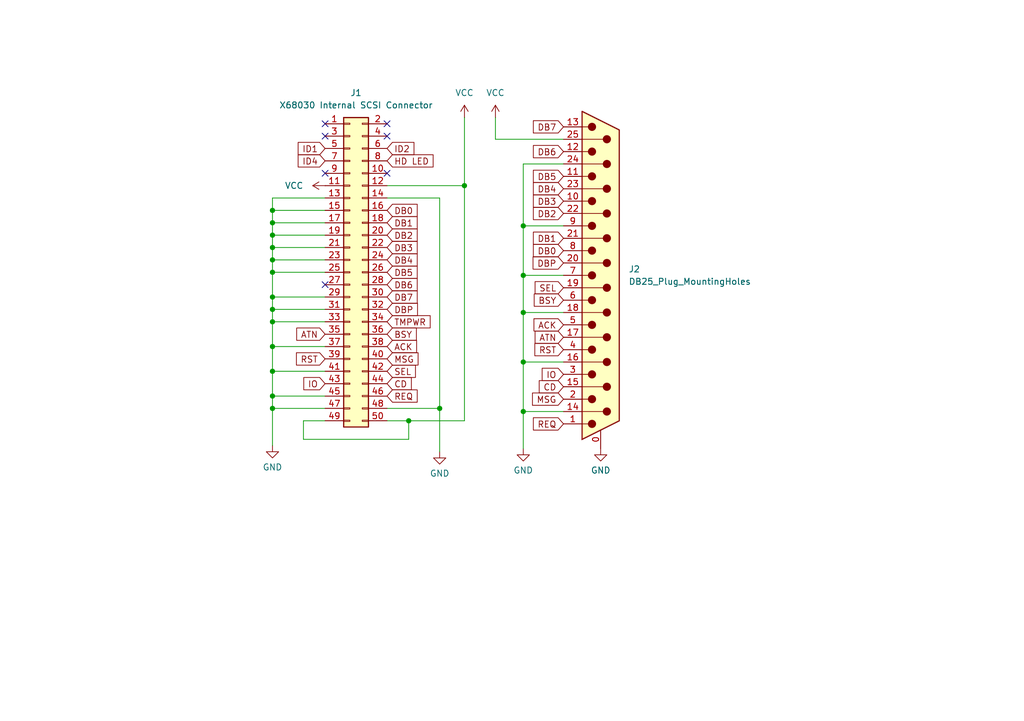
<source format=kicad_sch>
(kicad_sch
	(version 20231120)
	(generator "eeschema")
	(generator_version "8.0")
	(uuid "7bbbcae0-8187-439d-ab3c-4137162ee1c6")
	(paper "A5")
	(title_block
		(title "X68030 Compact Internal SCSI Adapter")
		(date "2024-09-16")
		(rev "2.0")
		(company "RCC @ 2024")
	)
	(lib_symbols
		(symbol "Connector:DB25_Plug_MountingHoles"
			(pin_names
				(offset 1.016) hide)
			(exclude_from_sim no)
			(in_bom yes)
			(on_board yes)
			(property "Reference" "J"
				(at 0 36.83 0)
				(effects
					(font
						(size 1.27 1.27)
					)
				)
			)
			(property "Value" "DB25_Plug_MountingHoles"
				(at 0 34.925 0)
				(effects
					(font
						(size 1.27 1.27)
					)
				)
			)
			(property "Footprint" ""
				(at 0 0 0)
				(effects
					(font
						(size 1.27 1.27)
					)
					(hide yes)
				)
			)
			(property "Datasheet" " ~"
				(at 0 0 0)
				(effects
					(font
						(size 1.27 1.27)
					)
					(hide yes)
				)
			)
			(property "Description" "25-pin male plug pin D-SUB connector, Mounting Hole"
				(at 0 0 0)
				(effects
					(font
						(size 1.27 1.27)
					)
					(hide yes)
				)
			)
			(property "ki_keywords" "male plug D-SUB connector"
				(at 0 0 0)
				(effects
					(font
						(size 1.27 1.27)
					)
					(hide yes)
				)
			)
			(property "ki_fp_filters" "DSUB*Male*"
				(at 0 0 0)
				(effects
					(font
						(size 1.27 1.27)
					)
					(hide yes)
				)
			)
			(symbol "DB25_Plug_MountingHoles_0_1"
				(circle
					(center -1.778 -30.48)
					(radius 0.762)
					(stroke
						(width 0)
						(type default)
					)
					(fill
						(type outline)
					)
				)
				(circle
					(center -1.778 -25.4)
					(radius 0.762)
					(stroke
						(width 0)
						(type default)
					)
					(fill
						(type outline)
					)
				)
				(circle
					(center -1.778 -20.32)
					(radius 0.762)
					(stroke
						(width 0)
						(type default)
					)
					(fill
						(type outline)
					)
				)
				(circle
					(center -1.778 -15.24)
					(radius 0.762)
					(stroke
						(width 0)
						(type default)
					)
					(fill
						(type outline)
					)
				)
				(circle
					(center -1.778 -10.16)
					(radius 0.762)
					(stroke
						(width 0)
						(type default)
					)
					(fill
						(type outline)
					)
				)
				(circle
					(center -1.778 -5.08)
					(radius 0.762)
					(stroke
						(width 0)
						(type default)
					)
					(fill
						(type outline)
					)
				)
				(circle
					(center -1.778 0)
					(radius 0.762)
					(stroke
						(width 0)
						(type default)
					)
					(fill
						(type outline)
					)
				)
				(circle
					(center -1.778 5.08)
					(radius 0.762)
					(stroke
						(width 0)
						(type default)
					)
					(fill
						(type outline)
					)
				)
				(circle
					(center -1.778 10.16)
					(radius 0.762)
					(stroke
						(width 0)
						(type default)
					)
					(fill
						(type outline)
					)
				)
				(circle
					(center -1.778 15.24)
					(radius 0.762)
					(stroke
						(width 0)
						(type default)
					)
					(fill
						(type outline)
					)
				)
				(circle
					(center -1.778 20.32)
					(radius 0.762)
					(stroke
						(width 0)
						(type default)
					)
					(fill
						(type outline)
					)
				)
				(circle
					(center -1.778 25.4)
					(radius 0.762)
					(stroke
						(width 0)
						(type default)
					)
					(fill
						(type outline)
					)
				)
				(circle
					(center -1.778 30.48)
					(radius 0.762)
					(stroke
						(width 0)
						(type default)
					)
					(fill
						(type outline)
					)
				)
				(polyline
					(pts
						(xy -3.81 -30.48) (xy -2.54 -30.48)
					)
					(stroke
						(width 0)
						(type default)
					)
					(fill
						(type none)
					)
				)
				(polyline
					(pts
						(xy -3.81 -27.94) (xy 0.508 -27.94)
					)
					(stroke
						(width 0)
						(type default)
					)
					(fill
						(type none)
					)
				)
				(polyline
					(pts
						(xy -3.81 -25.4) (xy -2.54 -25.4)
					)
					(stroke
						(width 0)
						(type default)
					)
					(fill
						(type none)
					)
				)
				(polyline
					(pts
						(xy -3.81 -22.86) (xy 0.508 -22.86)
					)
					(stroke
						(width 0)
						(type default)
					)
					(fill
						(type none)
					)
				)
				(polyline
					(pts
						(xy -3.81 -20.32) (xy -2.54 -20.32)
					)
					(stroke
						(width 0)
						(type default)
					)
					(fill
						(type none)
					)
				)
				(polyline
					(pts
						(xy -3.81 -17.78) (xy 0.508 -17.78)
					)
					(stroke
						(width 0)
						(type default)
					)
					(fill
						(type none)
					)
				)
				(polyline
					(pts
						(xy -3.81 -15.24) (xy -2.54 -15.24)
					)
					(stroke
						(width 0)
						(type default)
					)
					(fill
						(type none)
					)
				)
				(polyline
					(pts
						(xy -3.81 -12.7) (xy 0.508 -12.7)
					)
					(stroke
						(width 0)
						(type default)
					)
					(fill
						(type none)
					)
				)
				(polyline
					(pts
						(xy -3.81 -10.16) (xy -2.54 -10.16)
					)
					(stroke
						(width 0)
						(type default)
					)
					(fill
						(type none)
					)
				)
				(polyline
					(pts
						(xy -3.81 -7.62) (xy 0.508 -7.62)
					)
					(stroke
						(width 0)
						(type default)
					)
					(fill
						(type none)
					)
				)
				(polyline
					(pts
						(xy -3.81 -5.08) (xy -2.54 -5.08)
					)
					(stroke
						(width 0)
						(type default)
					)
					(fill
						(type none)
					)
				)
				(polyline
					(pts
						(xy -3.81 -2.54) (xy 0.508 -2.54)
					)
					(stroke
						(width 0)
						(type default)
					)
					(fill
						(type none)
					)
				)
				(polyline
					(pts
						(xy -3.81 0) (xy -2.54 0)
					)
					(stroke
						(width 0)
						(type default)
					)
					(fill
						(type none)
					)
				)
				(polyline
					(pts
						(xy -3.81 2.54) (xy 0.508 2.54)
					)
					(stroke
						(width 0)
						(type default)
					)
					(fill
						(type none)
					)
				)
				(polyline
					(pts
						(xy -3.81 5.08) (xy -2.54 5.08)
					)
					(stroke
						(width 0)
						(type default)
					)
					(fill
						(type none)
					)
				)
				(polyline
					(pts
						(xy -3.81 7.62) (xy 0.508 7.62)
					)
					(stroke
						(width 0)
						(type default)
					)
					(fill
						(type none)
					)
				)
				(polyline
					(pts
						(xy -3.81 10.16) (xy -2.54 10.16)
					)
					(stroke
						(width 0)
						(type default)
					)
					(fill
						(type none)
					)
				)
				(polyline
					(pts
						(xy -3.81 12.7) (xy 0.508 12.7)
					)
					(stroke
						(width 0)
						(type default)
					)
					(fill
						(type none)
					)
				)
				(polyline
					(pts
						(xy -3.81 15.24) (xy -2.54 15.24)
					)
					(stroke
						(width 0)
						(type default)
					)
					(fill
						(type none)
					)
				)
				(polyline
					(pts
						(xy -3.81 17.78) (xy 0.508 17.78)
					)
					(stroke
						(width 0)
						(type default)
					)
					(fill
						(type none)
					)
				)
				(polyline
					(pts
						(xy -3.81 20.32) (xy -2.54 20.32)
					)
					(stroke
						(width 0)
						(type default)
					)
					(fill
						(type none)
					)
				)
				(polyline
					(pts
						(xy -3.81 22.86) (xy 0.508 22.86)
					)
					(stroke
						(width 0)
						(type default)
					)
					(fill
						(type none)
					)
				)
				(polyline
					(pts
						(xy -3.81 25.4) (xy -2.54 25.4)
					)
					(stroke
						(width 0)
						(type default)
					)
					(fill
						(type none)
					)
				)
				(polyline
					(pts
						(xy -3.81 27.94) (xy 0.508 27.94)
					)
					(stroke
						(width 0)
						(type default)
					)
					(fill
						(type none)
					)
				)
				(polyline
					(pts
						(xy -3.81 30.48) (xy -2.54 30.48)
					)
					(stroke
						(width 0)
						(type default)
					)
					(fill
						(type none)
					)
				)
				(polyline
					(pts
						(xy -3.81 -33.655) (xy 3.81 -29.845) (xy 3.81 29.845) (xy -3.81 33.655) (xy -3.81 -33.655)
					)
					(stroke
						(width 0.254)
						(type default)
					)
					(fill
						(type background)
					)
				)
				(circle
					(center 1.27 -27.94)
					(radius 0.762)
					(stroke
						(width 0)
						(type default)
					)
					(fill
						(type outline)
					)
				)
				(circle
					(center 1.27 -22.86)
					(radius 0.762)
					(stroke
						(width 0)
						(type default)
					)
					(fill
						(type outline)
					)
				)
				(circle
					(center 1.27 -17.78)
					(radius 0.762)
					(stroke
						(width 0)
						(type default)
					)
					(fill
						(type outline)
					)
				)
				(circle
					(center 1.27 -12.7)
					(radius 0.762)
					(stroke
						(width 0)
						(type default)
					)
					(fill
						(type outline)
					)
				)
				(circle
					(center 1.27 -7.62)
					(radius 0.762)
					(stroke
						(width 0)
						(type default)
					)
					(fill
						(type outline)
					)
				)
				(circle
					(center 1.27 -2.54)
					(radius 0.762)
					(stroke
						(width 0)
						(type default)
					)
					(fill
						(type outline)
					)
				)
				(circle
					(center 1.27 2.54)
					(radius 0.762)
					(stroke
						(width 0)
						(type default)
					)
					(fill
						(type outline)
					)
				)
				(circle
					(center 1.27 7.62)
					(radius 0.762)
					(stroke
						(width 0)
						(type default)
					)
					(fill
						(type outline)
					)
				)
				(circle
					(center 1.27 12.7)
					(radius 0.762)
					(stroke
						(width 0)
						(type default)
					)
					(fill
						(type outline)
					)
				)
				(circle
					(center 1.27 17.78)
					(radius 0.762)
					(stroke
						(width 0)
						(type default)
					)
					(fill
						(type outline)
					)
				)
				(circle
					(center 1.27 22.86)
					(radius 0.762)
					(stroke
						(width 0)
						(type default)
					)
					(fill
						(type outline)
					)
				)
				(circle
					(center 1.27 27.94)
					(radius 0.762)
					(stroke
						(width 0)
						(type default)
					)
					(fill
						(type outline)
					)
				)
			)
			(symbol "DB25_Plug_MountingHoles_1_1"
				(pin passive line
					(at 0 -35.56 90)
					(length 3.81)
					(name "PAD"
						(effects
							(font
								(size 1.27 1.27)
							)
						)
					)
					(number "0"
						(effects
							(font
								(size 1.27 1.27)
							)
						)
					)
				)
				(pin passive line
					(at -7.62 -30.48 0)
					(length 3.81)
					(name "1"
						(effects
							(font
								(size 1.27 1.27)
							)
						)
					)
					(number "1"
						(effects
							(font
								(size 1.27 1.27)
							)
						)
					)
				)
				(pin passive line
					(at -7.62 15.24 0)
					(length 3.81)
					(name "10"
						(effects
							(font
								(size 1.27 1.27)
							)
						)
					)
					(number "10"
						(effects
							(font
								(size 1.27 1.27)
							)
						)
					)
				)
				(pin passive line
					(at -7.62 20.32 0)
					(length 3.81)
					(name "11"
						(effects
							(font
								(size 1.27 1.27)
							)
						)
					)
					(number "11"
						(effects
							(font
								(size 1.27 1.27)
							)
						)
					)
				)
				(pin passive line
					(at -7.62 25.4 0)
					(length 3.81)
					(name "12"
						(effects
							(font
								(size 1.27 1.27)
							)
						)
					)
					(number "12"
						(effects
							(font
								(size 1.27 1.27)
							)
						)
					)
				)
				(pin passive line
					(at -7.62 30.48 0)
					(length 3.81)
					(name "13"
						(effects
							(font
								(size 1.27 1.27)
							)
						)
					)
					(number "13"
						(effects
							(font
								(size 1.27 1.27)
							)
						)
					)
				)
				(pin passive line
					(at -7.62 -27.94 0)
					(length 3.81)
					(name "P14"
						(effects
							(font
								(size 1.27 1.27)
							)
						)
					)
					(number "14"
						(effects
							(font
								(size 1.27 1.27)
							)
						)
					)
				)
				(pin passive line
					(at -7.62 -22.86 0)
					(length 3.81)
					(name "P15"
						(effects
							(font
								(size 1.27 1.27)
							)
						)
					)
					(number "15"
						(effects
							(font
								(size 1.27 1.27)
							)
						)
					)
				)
				(pin passive line
					(at -7.62 -17.78 0)
					(length 3.81)
					(name "P16"
						(effects
							(font
								(size 1.27 1.27)
							)
						)
					)
					(number "16"
						(effects
							(font
								(size 1.27 1.27)
							)
						)
					)
				)
				(pin passive line
					(at -7.62 -12.7 0)
					(length 3.81)
					(name "P17"
						(effects
							(font
								(size 1.27 1.27)
							)
						)
					)
					(number "17"
						(effects
							(font
								(size 1.27 1.27)
							)
						)
					)
				)
				(pin passive line
					(at -7.62 -7.62 0)
					(length 3.81)
					(name "P18"
						(effects
							(font
								(size 1.27 1.27)
							)
						)
					)
					(number "18"
						(effects
							(font
								(size 1.27 1.27)
							)
						)
					)
				)
				(pin passive line
					(at -7.62 -2.54 0)
					(length 3.81)
					(name "P19"
						(effects
							(font
								(size 1.27 1.27)
							)
						)
					)
					(number "19"
						(effects
							(font
								(size 1.27 1.27)
							)
						)
					)
				)
				(pin passive line
					(at -7.62 -25.4 0)
					(length 3.81)
					(name "2"
						(effects
							(font
								(size 1.27 1.27)
							)
						)
					)
					(number "2"
						(effects
							(font
								(size 1.27 1.27)
							)
						)
					)
				)
				(pin passive line
					(at -7.62 2.54 0)
					(length 3.81)
					(name "P20"
						(effects
							(font
								(size 1.27 1.27)
							)
						)
					)
					(number "20"
						(effects
							(font
								(size 1.27 1.27)
							)
						)
					)
				)
				(pin passive line
					(at -7.62 7.62 0)
					(length 3.81)
					(name "P21"
						(effects
							(font
								(size 1.27 1.27)
							)
						)
					)
					(number "21"
						(effects
							(font
								(size 1.27 1.27)
							)
						)
					)
				)
				(pin passive line
					(at -7.62 12.7 0)
					(length 3.81)
					(name "P22"
						(effects
							(font
								(size 1.27 1.27)
							)
						)
					)
					(number "22"
						(effects
							(font
								(size 1.27 1.27)
							)
						)
					)
				)
				(pin passive line
					(at -7.62 17.78 0)
					(length 3.81)
					(name "P23"
						(effects
							(font
								(size 1.27 1.27)
							)
						)
					)
					(number "23"
						(effects
							(font
								(size 1.27 1.27)
							)
						)
					)
				)
				(pin passive line
					(at -7.62 22.86 0)
					(length 3.81)
					(name "P24"
						(effects
							(font
								(size 1.27 1.27)
							)
						)
					)
					(number "24"
						(effects
							(font
								(size 1.27 1.27)
							)
						)
					)
				)
				(pin passive line
					(at -7.62 27.94 0)
					(length 3.81)
					(name "P25"
						(effects
							(font
								(size 1.27 1.27)
							)
						)
					)
					(number "25"
						(effects
							(font
								(size 1.27 1.27)
							)
						)
					)
				)
				(pin passive line
					(at -7.62 -20.32 0)
					(length 3.81)
					(name "3"
						(effects
							(font
								(size 1.27 1.27)
							)
						)
					)
					(number "3"
						(effects
							(font
								(size 1.27 1.27)
							)
						)
					)
				)
				(pin passive line
					(at -7.62 -15.24 0)
					(length 3.81)
					(name "4"
						(effects
							(font
								(size 1.27 1.27)
							)
						)
					)
					(number "4"
						(effects
							(font
								(size 1.27 1.27)
							)
						)
					)
				)
				(pin passive line
					(at -7.62 -10.16 0)
					(length 3.81)
					(name "5"
						(effects
							(font
								(size 1.27 1.27)
							)
						)
					)
					(number "5"
						(effects
							(font
								(size 1.27 1.27)
							)
						)
					)
				)
				(pin passive line
					(at -7.62 -5.08 0)
					(length 3.81)
					(name "6"
						(effects
							(font
								(size 1.27 1.27)
							)
						)
					)
					(number "6"
						(effects
							(font
								(size 1.27 1.27)
							)
						)
					)
				)
				(pin passive line
					(at -7.62 0 0)
					(length 3.81)
					(name "7"
						(effects
							(font
								(size 1.27 1.27)
							)
						)
					)
					(number "7"
						(effects
							(font
								(size 1.27 1.27)
							)
						)
					)
				)
				(pin passive line
					(at -7.62 5.08 0)
					(length 3.81)
					(name "8"
						(effects
							(font
								(size 1.27 1.27)
							)
						)
					)
					(number "8"
						(effects
							(font
								(size 1.27 1.27)
							)
						)
					)
				)
				(pin passive line
					(at -7.62 10.16 0)
					(length 3.81)
					(name "9"
						(effects
							(font
								(size 1.27 1.27)
							)
						)
					)
					(number "9"
						(effects
							(font
								(size 1.27 1.27)
							)
						)
					)
				)
			)
		)
		(symbol "Connector_Generic:Conn_02x25_Odd_Even"
			(pin_names
				(offset 1.016) hide)
			(exclude_from_sim no)
			(in_bom yes)
			(on_board yes)
			(property "Reference" "J"
				(at 1.27 33.02 0)
				(effects
					(font
						(size 1.27 1.27)
					)
				)
			)
			(property "Value" "Conn_02x25_Odd_Even"
				(at 1.27 -33.02 0)
				(effects
					(font
						(size 1.27 1.27)
					)
				)
			)
			(property "Footprint" ""
				(at 0 0 0)
				(effects
					(font
						(size 1.27 1.27)
					)
					(hide yes)
				)
			)
			(property "Datasheet" "~"
				(at 0 0 0)
				(effects
					(font
						(size 1.27 1.27)
					)
					(hide yes)
				)
			)
			(property "Description" "Generic connector, double row, 02x25, odd/even pin numbering scheme (row 1 odd numbers, row 2 even numbers), script generated (kicad-library-utils/schlib/autogen/connector/)"
				(at 0 0 0)
				(effects
					(font
						(size 1.27 1.27)
					)
					(hide yes)
				)
			)
			(property "ki_keywords" "connector"
				(at 0 0 0)
				(effects
					(font
						(size 1.27 1.27)
					)
					(hide yes)
				)
			)
			(property "ki_fp_filters" "Connector*:*_2x??_*"
				(at 0 0 0)
				(effects
					(font
						(size 1.27 1.27)
					)
					(hide yes)
				)
			)
			(symbol "Conn_02x25_Odd_Even_1_1"
				(rectangle
					(start -1.27 -30.353)
					(end 0 -30.607)
					(stroke
						(width 0.1524)
						(type default)
					)
					(fill
						(type none)
					)
				)
				(rectangle
					(start -1.27 -27.813)
					(end 0 -28.067)
					(stroke
						(width 0.1524)
						(type default)
					)
					(fill
						(type none)
					)
				)
				(rectangle
					(start -1.27 -25.273)
					(end 0 -25.527)
					(stroke
						(width 0.1524)
						(type default)
					)
					(fill
						(type none)
					)
				)
				(rectangle
					(start -1.27 -22.733)
					(end 0 -22.987)
					(stroke
						(width 0.1524)
						(type default)
					)
					(fill
						(type none)
					)
				)
				(rectangle
					(start -1.27 -20.193)
					(end 0 -20.447)
					(stroke
						(width 0.1524)
						(type default)
					)
					(fill
						(type none)
					)
				)
				(rectangle
					(start -1.27 -17.653)
					(end 0 -17.907)
					(stroke
						(width 0.1524)
						(type default)
					)
					(fill
						(type none)
					)
				)
				(rectangle
					(start -1.27 -15.113)
					(end 0 -15.367)
					(stroke
						(width 0.1524)
						(type default)
					)
					(fill
						(type none)
					)
				)
				(rectangle
					(start -1.27 -12.573)
					(end 0 -12.827)
					(stroke
						(width 0.1524)
						(type default)
					)
					(fill
						(type none)
					)
				)
				(rectangle
					(start -1.27 -10.033)
					(end 0 -10.287)
					(stroke
						(width 0.1524)
						(type default)
					)
					(fill
						(type none)
					)
				)
				(rectangle
					(start -1.27 -7.493)
					(end 0 -7.747)
					(stroke
						(width 0.1524)
						(type default)
					)
					(fill
						(type none)
					)
				)
				(rectangle
					(start -1.27 -4.953)
					(end 0 -5.207)
					(stroke
						(width 0.1524)
						(type default)
					)
					(fill
						(type none)
					)
				)
				(rectangle
					(start -1.27 -2.413)
					(end 0 -2.667)
					(stroke
						(width 0.1524)
						(type default)
					)
					(fill
						(type none)
					)
				)
				(rectangle
					(start -1.27 0.127)
					(end 0 -0.127)
					(stroke
						(width 0.1524)
						(type default)
					)
					(fill
						(type none)
					)
				)
				(rectangle
					(start -1.27 2.667)
					(end 0 2.413)
					(stroke
						(width 0.1524)
						(type default)
					)
					(fill
						(type none)
					)
				)
				(rectangle
					(start -1.27 5.207)
					(end 0 4.953)
					(stroke
						(width 0.1524)
						(type default)
					)
					(fill
						(type none)
					)
				)
				(rectangle
					(start -1.27 7.747)
					(end 0 7.493)
					(stroke
						(width 0.1524)
						(type default)
					)
					(fill
						(type none)
					)
				)
				(rectangle
					(start -1.27 10.287)
					(end 0 10.033)
					(stroke
						(width 0.1524)
						(type default)
					)
					(fill
						(type none)
					)
				)
				(rectangle
					(start -1.27 12.827)
					(end 0 12.573)
					(stroke
						(width 0.1524)
						(type default)
					)
					(fill
						(type none)
					)
				)
				(rectangle
					(start -1.27 15.367)
					(end 0 15.113)
					(stroke
						(width 0.1524)
						(type default)
					)
					(fill
						(type none)
					)
				)
				(rectangle
					(start -1.27 17.907)
					(end 0 17.653)
					(stroke
						(width 0.1524)
						(type default)
					)
					(fill
						(type none)
					)
				)
				(rectangle
					(start -1.27 20.447)
					(end 0 20.193)
					(stroke
						(width 0.1524)
						(type default)
					)
					(fill
						(type none)
					)
				)
				(rectangle
					(start -1.27 22.987)
					(end 0 22.733)
					(stroke
						(width 0.1524)
						(type default)
					)
					(fill
						(type none)
					)
				)
				(rectangle
					(start -1.27 25.527)
					(end 0 25.273)
					(stroke
						(width 0.1524)
						(type default)
					)
					(fill
						(type none)
					)
				)
				(rectangle
					(start -1.27 28.067)
					(end 0 27.813)
					(stroke
						(width 0.1524)
						(type default)
					)
					(fill
						(type none)
					)
				)
				(rectangle
					(start -1.27 30.607)
					(end 0 30.353)
					(stroke
						(width 0.1524)
						(type default)
					)
					(fill
						(type none)
					)
				)
				(rectangle
					(start -1.27 31.75)
					(end 3.81 -31.75)
					(stroke
						(width 0.254)
						(type default)
					)
					(fill
						(type background)
					)
				)
				(rectangle
					(start 3.81 -30.353)
					(end 2.54 -30.607)
					(stroke
						(width 0.1524)
						(type default)
					)
					(fill
						(type none)
					)
				)
				(rectangle
					(start 3.81 -27.813)
					(end 2.54 -28.067)
					(stroke
						(width 0.1524)
						(type default)
					)
					(fill
						(type none)
					)
				)
				(rectangle
					(start 3.81 -25.273)
					(end 2.54 -25.527)
					(stroke
						(width 0.1524)
						(type default)
					)
					(fill
						(type none)
					)
				)
				(rectangle
					(start 3.81 -22.733)
					(end 2.54 -22.987)
					(stroke
						(width 0.1524)
						(type default)
					)
					(fill
						(type none)
					)
				)
				(rectangle
					(start 3.81 -20.193)
					(end 2.54 -20.447)
					(stroke
						(width 0.1524)
						(type default)
					)
					(fill
						(type none)
					)
				)
				(rectangle
					(start 3.81 -17.653)
					(end 2.54 -17.907)
					(stroke
						(width 0.1524)
						(type default)
					)
					(fill
						(type none)
					)
				)
				(rectangle
					(start 3.81 -15.113)
					(end 2.54 -15.367)
					(stroke
						(width 0.1524)
						(type default)
					)
					(fill
						(type none)
					)
				)
				(rectangle
					(start 3.81 -12.573)
					(end 2.54 -12.827)
					(stroke
						(width 0.1524)
						(type default)
					)
					(fill
						(type none)
					)
				)
				(rectangle
					(start 3.81 -10.033)
					(end 2.54 -10.287)
					(stroke
						(width 0.1524)
						(type default)
					)
					(fill
						(type none)
					)
				)
				(rectangle
					(start 3.81 -7.493)
					(end 2.54 -7.747)
					(stroke
						(width 0.1524)
						(type default)
					)
					(fill
						(type none)
					)
				)
				(rectangle
					(start 3.81 -4.953)
					(end 2.54 -5.207)
					(stroke
						(width 0.1524)
						(type default)
					)
					(fill
						(type none)
					)
				)
				(rectangle
					(start 3.81 -2.413)
					(end 2.54 -2.667)
					(stroke
						(width 0.1524)
						(type default)
					)
					(fill
						(type none)
					)
				)
				(rectangle
					(start 3.81 0.127)
					(end 2.54 -0.127)
					(stroke
						(width 0.1524)
						(type default)
					)
					(fill
						(type none)
					)
				)
				(rectangle
					(start 3.81 2.667)
					(end 2.54 2.413)
					(stroke
						(width 0.1524)
						(type default)
					)
					(fill
						(type none)
					)
				)
				(rectangle
					(start 3.81 5.207)
					(end 2.54 4.953)
					(stroke
						(width 0.1524)
						(type default)
					)
					(fill
						(type none)
					)
				)
				(rectangle
					(start 3.81 7.747)
					(end 2.54 7.493)
					(stroke
						(width 0.1524)
						(type default)
					)
					(fill
						(type none)
					)
				)
				(rectangle
					(start 3.81 10.287)
					(end 2.54 10.033)
					(stroke
						(width 0.1524)
						(type default)
					)
					(fill
						(type none)
					)
				)
				(rectangle
					(start 3.81 12.827)
					(end 2.54 12.573)
					(stroke
						(width 0.1524)
						(type default)
					)
					(fill
						(type none)
					)
				)
				(rectangle
					(start 3.81 15.367)
					(end 2.54 15.113)
					(stroke
						(width 0.1524)
						(type default)
					)
					(fill
						(type none)
					)
				)
				(rectangle
					(start 3.81 17.907)
					(end 2.54 17.653)
					(stroke
						(width 0.1524)
						(type default)
					)
					(fill
						(type none)
					)
				)
				(rectangle
					(start 3.81 20.447)
					(end 2.54 20.193)
					(stroke
						(width 0.1524)
						(type default)
					)
					(fill
						(type none)
					)
				)
				(rectangle
					(start 3.81 22.987)
					(end 2.54 22.733)
					(stroke
						(width 0.1524)
						(type default)
					)
					(fill
						(type none)
					)
				)
				(rectangle
					(start 3.81 25.527)
					(end 2.54 25.273)
					(stroke
						(width 0.1524)
						(type default)
					)
					(fill
						(type none)
					)
				)
				(rectangle
					(start 3.81 28.067)
					(end 2.54 27.813)
					(stroke
						(width 0.1524)
						(type default)
					)
					(fill
						(type none)
					)
				)
				(rectangle
					(start 3.81 30.607)
					(end 2.54 30.353)
					(stroke
						(width 0.1524)
						(type default)
					)
					(fill
						(type none)
					)
				)
				(pin passive line
					(at -5.08 30.48 0)
					(length 3.81)
					(name "Pin_1"
						(effects
							(font
								(size 1.27 1.27)
							)
						)
					)
					(number "1"
						(effects
							(font
								(size 1.27 1.27)
							)
						)
					)
				)
				(pin passive line
					(at 7.62 20.32 180)
					(length 3.81)
					(name "Pin_10"
						(effects
							(font
								(size 1.27 1.27)
							)
						)
					)
					(number "10"
						(effects
							(font
								(size 1.27 1.27)
							)
						)
					)
				)
				(pin passive line
					(at -5.08 17.78 0)
					(length 3.81)
					(name "Pin_11"
						(effects
							(font
								(size 1.27 1.27)
							)
						)
					)
					(number "11"
						(effects
							(font
								(size 1.27 1.27)
							)
						)
					)
				)
				(pin passive line
					(at 7.62 17.78 180)
					(length 3.81)
					(name "Pin_12"
						(effects
							(font
								(size 1.27 1.27)
							)
						)
					)
					(number "12"
						(effects
							(font
								(size 1.27 1.27)
							)
						)
					)
				)
				(pin passive line
					(at -5.08 15.24 0)
					(length 3.81)
					(name "Pin_13"
						(effects
							(font
								(size 1.27 1.27)
							)
						)
					)
					(number "13"
						(effects
							(font
								(size 1.27 1.27)
							)
						)
					)
				)
				(pin passive line
					(at 7.62 15.24 180)
					(length 3.81)
					(name "Pin_14"
						(effects
							(font
								(size 1.27 1.27)
							)
						)
					)
					(number "14"
						(effects
							(font
								(size 1.27 1.27)
							)
						)
					)
				)
				(pin passive line
					(at -5.08 12.7 0)
					(length 3.81)
					(name "Pin_15"
						(effects
							(font
								(size 1.27 1.27)
							)
						)
					)
					(number "15"
						(effects
							(font
								(size 1.27 1.27)
							)
						)
					)
				)
				(pin passive line
					(at 7.62 12.7 180)
					(length 3.81)
					(name "Pin_16"
						(effects
							(font
								(size 1.27 1.27)
							)
						)
					)
					(number "16"
						(effects
							(font
								(size 1.27 1.27)
							)
						)
					)
				)
				(pin passive line
					(at -5.08 10.16 0)
					(length 3.81)
					(name "Pin_17"
						(effects
							(font
								(size 1.27 1.27)
							)
						)
					)
					(number "17"
						(effects
							(font
								(size 1.27 1.27)
							)
						)
					)
				)
				(pin passive line
					(at 7.62 10.16 180)
					(length 3.81)
					(name "Pin_18"
						(effects
							(font
								(size 1.27 1.27)
							)
						)
					)
					(number "18"
						(effects
							(font
								(size 1.27 1.27)
							)
						)
					)
				)
				(pin passive line
					(at -5.08 7.62 0)
					(length 3.81)
					(name "Pin_19"
						(effects
							(font
								(size 1.27 1.27)
							)
						)
					)
					(number "19"
						(effects
							(font
								(size 1.27 1.27)
							)
						)
					)
				)
				(pin passive line
					(at 7.62 30.48 180)
					(length 3.81)
					(name "Pin_2"
						(effects
							(font
								(size 1.27 1.27)
							)
						)
					)
					(number "2"
						(effects
							(font
								(size 1.27 1.27)
							)
						)
					)
				)
				(pin passive line
					(at 7.62 7.62 180)
					(length 3.81)
					(name "Pin_20"
						(effects
							(font
								(size 1.27 1.27)
							)
						)
					)
					(number "20"
						(effects
							(font
								(size 1.27 1.27)
							)
						)
					)
				)
				(pin passive line
					(at -5.08 5.08 0)
					(length 3.81)
					(name "Pin_21"
						(effects
							(font
								(size 1.27 1.27)
							)
						)
					)
					(number "21"
						(effects
							(font
								(size 1.27 1.27)
							)
						)
					)
				)
				(pin passive line
					(at 7.62 5.08 180)
					(length 3.81)
					(name "Pin_22"
						(effects
							(font
								(size 1.27 1.27)
							)
						)
					)
					(number "22"
						(effects
							(font
								(size 1.27 1.27)
							)
						)
					)
				)
				(pin passive line
					(at -5.08 2.54 0)
					(length 3.81)
					(name "Pin_23"
						(effects
							(font
								(size 1.27 1.27)
							)
						)
					)
					(number "23"
						(effects
							(font
								(size 1.27 1.27)
							)
						)
					)
				)
				(pin passive line
					(at 7.62 2.54 180)
					(length 3.81)
					(name "Pin_24"
						(effects
							(font
								(size 1.27 1.27)
							)
						)
					)
					(number "24"
						(effects
							(font
								(size 1.27 1.27)
							)
						)
					)
				)
				(pin passive line
					(at -5.08 0 0)
					(length 3.81)
					(name "Pin_25"
						(effects
							(font
								(size 1.27 1.27)
							)
						)
					)
					(number "25"
						(effects
							(font
								(size 1.27 1.27)
							)
						)
					)
				)
				(pin passive line
					(at 7.62 0 180)
					(length 3.81)
					(name "Pin_26"
						(effects
							(font
								(size 1.27 1.27)
							)
						)
					)
					(number "26"
						(effects
							(font
								(size 1.27 1.27)
							)
						)
					)
				)
				(pin passive line
					(at -5.08 -2.54 0)
					(length 3.81)
					(name "Pin_27"
						(effects
							(font
								(size 1.27 1.27)
							)
						)
					)
					(number "27"
						(effects
							(font
								(size 1.27 1.27)
							)
						)
					)
				)
				(pin passive line
					(at 7.62 -2.54 180)
					(length 3.81)
					(name "Pin_28"
						(effects
							(font
								(size 1.27 1.27)
							)
						)
					)
					(number "28"
						(effects
							(font
								(size 1.27 1.27)
							)
						)
					)
				)
				(pin passive line
					(at -5.08 -5.08 0)
					(length 3.81)
					(name "Pin_29"
						(effects
							(font
								(size 1.27 1.27)
							)
						)
					)
					(number "29"
						(effects
							(font
								(size 1.27 1.27)
							)
						)
					)
				)
				(pin passive line
					(at -5.08 27.94 0)
					(length 3.81)
					(name "Pin_3"
						(effects
							(font
								(size 1.27 1.27)
							)
						)
					)
					(number "3"
						(effects
							(font
								(size 1.27 1.27)
							)
						)
					)
				)
				(pin passive line
					(at 7.62 -5.08 180)
					(length 3.81)
					(name "Pin_30"
						(effects
							(font
								(size 1.27 1.27)
							)
						)
					)
					(number "30"
						(effects
							(font
								(size 1.27 1.27)
							)
						)
					)
				)
				(pin passive line
					(at -5.08 -7.62 0)
					(length 3.81)
					(name "Pin_31"
						(effects
							(font
								(size 1.27 1.27)
							)
						)
					)
					(number "31"
						(effects
							(font
								(size 1.27 1.27)
							)
						)
					)
				)
				(pin passive line
					(at 7.62 -7.62 180)
					(length 3.81)
					(name "Pin_32"
						(effects
							(font
								(size 1.27 1.27)
							)
						)
					)
					(number "32"
						(effects
							(font
								(size 1.27 1.27)
							)
						)
					)
				)
				(pin passive line
					(at -5.08 -10.16 0)
					(length 3.81)
					(name "Pin_33"
						(effects
							(font
								(size 1.27 1.27)
							)
						)
					)
					(number "33"
						(effects
							(font
								(size 1.27 1.27)
							)
						)
					)
				)
				(pin passive line
					(at 7.62 -10.16 180)
					(length 3.81)
					(name "Pin_34"
						(effects
							(font
								(size 1.27 1.27)
							)
						)
					)
					(number "34"
						(effects
							(font
								(size 1.27 1.27)
							)
						)
					)
				)
				(pin passive line
					(at -5.08 -12.7 0)
					(length 3.81)
					(name "Pin_35"
						(effects
							(font
								(size 1.27 1.27)
							)
						)
					)
					(number "35"
						(effects
							(font
								(size 1.27 1.27)
							)
						)
					)
				)
				(pin passive line
					(at 7.62 -12.7 180)
					(length 3.81)
					(name "Pin_36"
						(effects
							(font
								(size 1.27 1.27)
							)
						)
					)
					(number "36"
						(effects
							(font
								(size 1.27 1.27)
							)
						)
					)
				)
				(pin passive line
					(at -5.08 -15.24 0)
					(length 3.81)
					(name "Pin_37"
						(effects
							(font
								(size 1.27 1.27)
							)
						)
					)
					(number "37"
						(effects
							(font
								(size 1.27 1.27)
							)
						)
					)
				)
				(pin passive line
					(at 7.62 -15.24 180)
					(length 3.81)
					(name "Pin_38"
						(effects
							(font
								(size 1.27 1.27)
							)
						)
					)
					(number "38"
						(effects
							(font
								(size 1.27 1.27)
							)
						)
					)
				)
				(pin passive line
					(at -5.08 -17.78 0)
					(length 3.81)
					(name "Pin_39"
						(effects
							(font
								(size 1.27 1.27)
							)
						)
					)
					(number "39"
						(effects
							(font
								(size 1.27 1.27)
							)
						)
					)
				)
				(pin passive line
					(at 7.62 27.94 180)
					(length 3.81)
					(name "Pin_4"
						(effects
							(font
								(size 1.27 1.27)
							)
						)
					)
					(number "4"
						(effects
							(font
								(size 1.27 1.27)
							)
						)
					)
				)
				(pin passive line
					(at 7.62 -17.78 180)
					(length 3.81)
					(name "Pin_40"
						(effects
							(font
								(size 1.27 1.27)
							)
						)
					)
					(number "40"
						(effects
							(font
								(size 1.27 1.27)
							)
						)
					)
				)
				(pin passive line
					(at -5.08 -20.32 0)
					(length 3.81)
					(name "Pin_41"
						(effects
							(font
								(size 1.27 1.27)
							)
						)
					)
					(number "41"
						(effects
							(font
								(size 1.27 1.27)
							)
						)
					)
				)
				(pin passive line
					(at 7.62 -20.32 180)
					(length 3.81)
					(name "Pin_42"
						(effects
							(font
								(size 1.27 1.27)
							)
						)
					)
					(number "42"
						(effects
							(font
								(size 1.27 1.27)
							)
						)
					)
				)
				(pin passive line
					(at -5.08 -22.86 0)
					(length 3.81)
					(name "Pin_43"
						(effects
							(font
								(size 1.27 1.27)
							)
						)
					)
					(number "43"
						(effects
							(font
								(size 1.27 1.27)
							)
						)
					)
				)
				(pin passive line
					(at 7.62 -22.86 180)
					(length 3.81)
					(name "Pin_44"
						(effects
							(font
								(size 1.27 1.27)
							)
						)
					)
					(number "44"
						(effects
							(font
								(size 1.27 1.27)
							)
						)
					)
				)
				(pin passive line
					(at -5.08 -25.4 0)
					(length 3.81)
					(name "Pin_45"
						(effects
							(font
								(size 1.27 1.27)
							)
						)
					)
					(number "45"
						(effects
							(font
								(size 1.27 1.27)
							)
						)
					)
				)
				(pin passive line
					(at 7.62 -25.4 180)
					(length 3.81)
					(name "Pin_46"
						(effects
							(font
								(size 1.27 1.27)
							)
						)
					)
					(number "46"
						(effects
							(font
								(size 1.27 1.27)
							)
						)
					)
				)
				(pin passive line
					(at -5.08 -27.94 0)
					(length 3.81)
					(name "Pin_47"
						(effects
							(font
								(size 1.27 1.27)
							)
						)
					)
					(number "47"
						(effects
							(font
								(size 1.27 1.27)
							)
						)
					)
				)
				(pin passive line
					(at 7.62 -27.94 180)
					(length 3.81)
					(name "Pin_48"
						(effects
							(font
								(size 1.27 1.27)
							)
						)
					)
					(number "48"
						(effects
							(font
								(size 1.27 1.27)
							)
						)
					)
				)
				(pin passive line
					(at -5.08 -30.48 0)
					(length 3.81)
					(name "Pin_49"
						(effects
							(font
								(size 1.27 1.27)
							)
						)
					)
					(number "49"
						(effects
							(font
								(size 1.27 1.27)
							)
						)
					)
				)
				(pin passive line
					(at -5.08 25.4 0)
					(length 3.81)
					(name "Pin_5"
						(effects
							(font
								(size 1.27 1.27)
							)
						)
					)
					(number "5"
						(effects
							(font
								(size 1.27 1.27)
							)
						)
					)
				)
				(pin passive line
					(at 7.62 -30.48 180)
					(length 3.81)
					(name "Pin_50"
						(effects
							(font
								(size 1.27 1.27)
							)
						)
					)
					(number "50"
						(effects
							(font
								(size 1.27 1.27)
							)
						)
					)
				)
				(pin passive line
					(at 7.62 25.4 180)
					(length 3.81)
					(name "Pin_6"
						(effects
							(font
								(size 1.27 1.27)
							)
						)
					)
					(number "6"
						(effects
							(font
								(size 1.27 1.27)
							)
						)
					)
				)
				(pin passive line
					(at -5.08 22.86 0)
					(length 3.81)
					(name "Pin_7"
						(effects
							(font
								(size 1.27 1.27)
							)
						)
					)
					(number "7"
						(effects
							(font
								(size 1.27 1.27)
							)
						)
					)
				)
				(pin passive line
					(at 7.62 22.86 180)
					(length 3.81)
					(name "Pin_8"
						(effects
							(font
								(size 1.27 1.27)
							)
						)
					)
					(number "8"
						(effects
							(font
								(size 1.27 1.27)
							)
						)
					)
				)
				(pin passive line
					(at -5.08 20.32 0)
					(length 3.81)
					(name "Pin_9"
						(effects
							(font
								(size 1.27 1.27)
							)
						)
					)
					(number "9"
						(effects
							(font
								(size 1.27 1.27)
							)
						)
					)
				)
			)
		)
		(symbol "power:GND"
			(power)
			(pin_names
				(offset 0)
			)
			(exclude_from_sim no)
			(in_bom yes)
			(on_board yes)
			(property "Reference" "#PWR"
				(at 0 -6.35 0)
				(effects
					(font
						(size 1.27 1.27)
					)
					(hide yes)
				)
			)
			(property "Value" "GND"
				(at 0 -3.81 0)
				(effects
					(font
						(size 1.27 1.27)
					)
				)
			)
			(property "Footprint" ""
				(at 0 0 0)
				(effects
					(font
						(size 1.27 1.27)
					)
					(hide yes)
				)
			)
			(property "Datasheet" ""
				(at 0 0 0)
				(effects
					(font
						(size 1.27 1.27)
					)
					(hide yes)
				)
			)
			(property "Description" "Power symbol creates a global label with name \"GND\" , ground"
				(at 0 0 0)
				(effects
					(font
						(size 1.27 1.27)
					)
					(hide yes)
				)
			)
			(property "ki_keywords" "global power"
				(at 0 0 0)
				(effects
					(font
						(size 1.27 1.27)
					)
					(hide yes)
				)
			)
			(symbol "GND_0_1"
				(polyline
					(pts
						(xy 0 0) (xy 0 -1.27) (xy 1.27 -1.27) (xy 0 -2.54) (xy -1.27 -1.27) (xy 0 -1.27)
					)
					(stroke
						(width 0)
						(type default)
					)
					(fill
						(type none)
					)
				)
			)
			(symbol "GND_1_1"
				(pin power_in line
					(at 0 0 270)
					(length 0) hide
					(name "GND"
						(effects
							(font
								(size 1.27 1.27)
							)
						)
					)
					(number "1"
						(effects
							(font
								(size 1.27 1.27)
							)
						)
					)
				)
			)
		)
		(symbol "power:VCC"
			(power)
			(pin_numbers hide)
			(pin_names
				(offset 0) hide)
			(exclude_from_sim no)
			(in_bom yes)
			(on_board yes)
			(property "Reference" "#PWR"
				(at 0 -3.81 0)
				(effects
					(font
						(size 1.27 1.27)
					)
					(hide yes)
				)
			)
			(property "Value" "VCC"
				(at 0 3.556 0)
				(effects
					(font
						(size 1.27 1.27)
					)
				)
			)
			(property "Footprint" ""
				(at 0 0 0)
				(effects
					(font
						(size 1.27 1.27)
					)
					(hide yes)
				)
			)
			(property "Datasheet" ""
				(at 0 0 0)
				(effects
					(font
						(size 1.27 1.27)
					)
					(hide yes)
				)
			)
			(property "Description" "Power symbol creates a global label with name \"VCC\""
				(at 0 0 0)
				(effects
					(font
						(size 1.27 1.27)
					)
					(hide yes)
				)
			)
			(property "ki_keywords" "global power"
				(at 0 0 0)
				(effects
					(font
						(size 1.27 1.27)
					)
					(hide yes)
				)
			)
			(symbol "VCC_0_1"
				(polyline
					(pts
						(xy -0.762 1.27) (xy 0 2.54)
					)
					(stroke
						(width 0)
						(type default)
					)
					(fill
						(type none)
					)
				)
				(polyline
					(pts
						(xy 0 0) (xy 0 2.54)
					)
					(stroke
						(width 0)
						(type default)
					)
					(fill
						(type none)
					)
				)
				(polyline
					(pts
						(xy 0 2.54) (xy 0.762 1.27)
					)
					(stroke
						(width 0)
						(type default)
					)
					(fill
						(type none)
					)
				)
			)
			(symbol "VCC_1_1"
				(pin power_in line
					(at 0 0 90)
					(length 0)
					(name "~"
						(effects
							(font
								(size 1.27 1.27)
							)
						)
					)
					(number "1"
						(effects
							(font
								(size 1.27 1.27)
							)
						)
					)
				)
			)
		)
	)
	(junction
		(at 83.82 86.36)
		(diameter 0)
		(color 0 0 0 0)
		(uuid "0200e055-47ae-4003-a23e-5899424b7b08")
	)
	(junction
		(at 55.88 60.96)
		(diameter 0)
		(color 0 0 0 0)
		(uuid "059a3cf1-71ba-4204-9144-d36dfc65e843")
	)
	(junction
		(at 55.88 43.18)
		(diameter 0)
		(color 0 0 0 0)
		(uuid "17648fbc-3a09-4a88-a34a-5ee003abc34b")
	)
	(junction
		(at 55.88 63.5)
		(diameter 0)
		(color 0 0 0 0)
		(uuid "286ae7a8-02f3-4897-88c0-c5ceb032b578")
	)
	(junction
		(at 55.88 76.2)
		(diameter 0)
		(color 0 0 0 0)
		(uuid "28e972a9-4895-46c8-91e2-8764415b5131")
	)
	(junction
		(at 55.88 55.88)
		(diameter 0)
		(color 0 0 0 0)
		(uuid "33972eaf-aeff-40da-8fd5-9d33593b3f69")
	)
	(junction
		(at 107.315 64.135)
		(diameter 0)
		(color 0 0 0 0)
		(uuid "585643e0-0777-4771-8764-b8dd428ba1f7")
	)
	(junction
		(at 90.17 83.82)
		(diameter 0)
		(color 0 0 0 0)
		(uuid "6148784a-2a4e-42ec-96e2-92514319b1d9")
	)
	(junction
		(at 107.315 74.295)
		(diameter 0)
		(color 0 0 0 0)
		(uuid "64b00942-d7a3-4c51-a146-9e03b26ea11e")
	)
	(junction
		(at 55.88 66.04)
		(diameter 0)
		(color 0 0 0 0)
		(uuid "87429244-16e5-4e3c-b957-5b462244fa1f")
	)
	(junction
		(at 55.88 48.26)
		(diameter 0)
		(color 0 0 0 0)
		(uuid "8a7b10bc-92f5-4d68-9a77-4fa6685953d4")
	)
	(junction
		(at 55.88 45.72)
		(diameter 0)
		(color 0 0 0 0)
		(uuid "8ba97219-7668-4df1-bbe5-f33085e087f2")
	)
	(junction
		(at 107.315 56.515)
		(diameter 0)
		(color 0 0 0 0)
		(uuid "a59bb5e8-93f8-41a5-a910-42e1634364e3")
	)
	(junction
		(at 95.25 38.1)
		(diameter 0)
		(color 0 0 0 0)
		(uuid "b4bf442e-6e56-4bea-8d92-4ac4748f90f1")
	)
	(junction
		(at 55.88 71.12)
		(diameter 0)
		(color 0 0 0 0)
		(uuid "b814705e-03f0-4347-b75c-0c4f1ebe4d2b")
	)
	(junction
		(at 55.88 50.8)
		(diameter 0)
		(color 0 0 0 0)
		(uuid "c65a1b71-a9bf-498f-a225-3c5dfa1a6ee8")
	)
	(junction
		(at 107.315 84.455)
		(diameter 0)
		(color 0 0 0 0)
		(uuid "db407281-3f11-41f5-8c19-13a0a6760d75")
	)
	(junction
		(at 55.88 83.82)
		(diameter 0)
		(color 0 0 0 0)
		(uuid "dd58abdd-e6fe-4419-9daf-afb245b09f7a")
	)
	(junction
		(at 55.88 53.34)
		(diameter 0)
		(color 0 0 0 0)
		(uuid "f2500699-e943-40f7-ae5a-cbd21900be13")
	)
	(junction
		(at 55.88 81.28)
		(diameter 0)
		(color 0 0 0 0)
		(uuid "f7454cf0-c320-480e-987a-052c03e76208")
	)
	(junction
		(at 107.315 46.355)
		(diameter 0)
		(color 0 0 0 0)
		(uuid "fc100564-c964-491e-9432-a262f6c8e151")
	)
	(no_connect
		(at 66.675 58.42)
		(uuid "11a94d9b-8fd2-40d5-86b0-338f1ea75d7a")
	)
	(no_connect
		(at 79.375 35.56)
		(uuid "6d5fad21-2cb6-4f25-8d6f-b35bcd3c210c")
	)
	(no_connect
		(at 79.375 25.4)
		(uuid "95169660-1af6-431a-83d2-322d39e861ed")
	)
	(no_connect
		(at 66.675 25.4)
		(uuid "d1f1e398-44a1-4593-9422-55c0ec61a0b8")
	)
	(no_connect
		(at 66.675 27.94)
		(uuid "e3ed8c67-b45b-4175-b028-ad7adfb530a6")
	)
	(no_connect
		(at 79.375 27.94)
		(uuid "f88434dd-ee2e-485c-94be-aecb215a295a")
	)
	(no_connect
		(at 66.675 35.56)
		(uuid "ff2f41d6-ba45-48dd-b394-de2a8f4e7dec")
	)
	(wire
		(pts
			(xy 55.88 76.2) (xy 66.675 76.2)
		)
		(stroke
			(width 0)
			(type default)
		)
		(uuid "02f805bf-eb20-46b3-8663-1781cbe017b0")
	)
	(wire
		(pts
			(xy 55.88 55.88) (xy 55.88 60.96)
		)
		(stroke
			(width 0)
			(type default)
		)
		(uuid "0e468f7b-01cd-458e-a6fb-6c4bc52b859b")
	)
	(wire
		(pts
			(xy 107.315 84.455) (xy 115.57 84.455)
		)
		(stroke
			(width 0)
			(type default)
		)
		(uuid "11fe76d6-4458-42c9-bf32-e292a05e63ae")
	)
	(wire
		(pts
			(xy 55.88 43.18) (xy 66.675 43.18)
		)
		(stroke
			(width 0)
			(type default)
		)
		(uuid "253c5a7b-541a-44d7-9312-d1d06eaaed3f")
	)
	(wire
		(pts
			(xy 79.375 86.36) (xy 83.82 86.36)
		)
		(stroke
			(width 0)
			(type default)
		)
		(uuid "27de04b9-68aa-42fa-ab75-cc278faa5284")
	)
	(wire
		(pts
			(xy 95.25 38.1) (xy 95.25 24.13)
		)
		(stroke
			(width 0)
			(type default)
		)
		(uuid "32ce6a41-5e06-4c2d-b5a6-688b20d136f3")
	)
	(wire
		(pts
			(xy 55.88 45.72) (xy 55.88 48.26)
		)
		(stroke
			(width 0)
			(type default)
		)
		(uuid "37ca5f7c-8f56-4a33-8be6-086d71ae22e7")
	)
	(wire
		(pts
			(xy 55.88 60.96) (xy 66.675 60.96)
		)
		(stroke
			(width 0)
			(type default)
		)
		(uuid "3d09437c-99bb-4f20-ab06-f74a1a0c74fa")
	)
	(wire
		(pts
			(xy 55.88 45.72) (xy 66.675 45.72)
		)
		(stroke
			(width 0)
			(type default)
		)
		(uuid "45b78d24-35d5-4547-ab8e-7ba7b25d6a44")
	)
	(wire
		(pts
			(xy 55.88 40.64) (xy 55.88 43.18)
		)
		(stroke
			(width 0)
			(type default)
		)
		(uuid "4658b97a-d75d-454b-aa2a-d6c6d8883614")
	)
	(wire
		(pts
			(xy 55.88 48.26) (xy 55.88 50.8)
		)
		(stroke
			(width 0)
			(type default)
		)
		(uuid "4cc4aeb6-f8c5-4d9d-9b93-4db8a702142b")
	)
	(wire
		(pts
			(xy 62.23 90.17) (xy 83.82 90.17)
		)
		(stroke
			(width 0)
			(type default)
		)
		(uuid "51168289-b3f7-4421-88fd-34e10fd32709")
	)
	(wire
		(pts
			(xy 107.315 74.295) (xy 115.57 74.295)
		)
		(stroke
			(width 0)
			(type default)
		)
		(uuid "5657cccc-85a4-4eff-9bed-f59c06e0317c")
	)
	(wire
		(pts
			(xy 55.88 76.2) (xy 55.88 81.28)
		)
		(stroke
			(width 0)
			(type default)
		)
		(uuid "57f80e7e-9f52-48bc-a2d4-6e44e6a60c1b")
	)
	(wire
		(pts
			(xy 66.675 50.8) (xy 55.88 50.8)
		)
		(stroke
			(width 0)
			(type default)
		)
		(uuid "591e650a-005e-4058-81a9-3bc5f603e553")
	)
	(wire
		(pts
			(xy 107.315 64.135) (xy 115.57 64.135)
		)
		(stroke
			(width 0)
			(type default)
		)
		(uuid "5c8e7f88-208b-4ee9-b32a-6d90f64100fd")
	)
	(wire
		(pts
			(xy 107.315 46.355) (xy 115.57 46.355)
		)
		(stroke
			(width 0)
			(type default)
		)
		(uuid "5e1c84ad-08ae-4c07-9aa0-4d3a7a01d83d")
	)
	(wire
		(pts
			(xy 107.315 74.295) (xy 107.315 84.455)
		)
		(stroke
			(width 0)
			(type default)
		)
		(uuid "6383ed75-708e-49dc-9cc4-68aeb16e7af8")
	)
	(wire
		(pts
			(xy 107.315 84.455) (xy 107.315 92.075)
		)
		(stroke
			(width 0)
			(type default)
		)
		(uuid "6a483c58-2397-42c3-9f08-5875a9a31726")
	)
	(wire
		(pts
			(xy 83.82 90.17) (xy 83.82 86.36)
		)
		(stroke
			(width 0)
			(type default)
		)
		(uuid "6c7613a5-0b66-440f-bf14-4593c4b1a635")
	)
	(wire
		(pts
			(xy 55.88 63.5) (xy 66.675 63.5)
		)
		(stroke
			(width 0)
			(type default)
		)
		(uuid "702a30e3-fc35-4ae8-9615-5ee8d802393b")
	)
	(wire
		(pts
			(xy 55.88 48.26) (xy 66.675 48.26)
		)
		(stroke
			(width 0)
			(type default)
		)
		(uuid "70cc7877-3889-4a2c-9f0e-0325dc090e9c")
	)
	(wire
		(pts
			(xy 79.375 83.82) (xy 90.17 83.82)
		)
		(stroke
			(width 0)
			(type default)
		)
		(uuid "76f575e0-6b3b-4ab6-b38c-54cfef8c288d")
	)
	(wire
		(pts
			(xy 55.88 50.8) (xy 55.88 53.34)
		)
		(stroke
			(width 0)
			(type default)
		)
		(uuid "772c7b45-4447-4816-9a8f-f8122eedea9e")
	)
	(wire
		(pts
			(xy 83.82 86.36) (xy 95.25 86.36)
		)
		(stroke
			(width 0)
			(type default)
		)
		(uuid "7a79f7a1-1081-439c-b79f-0f2cd9d8b705")
	)
	(wire
		(pts
			(xy 55.88 66.04) (xy 66.675 66.04)
		)
		(stroke
			(width 0)
			(type default)
		)
		(uuid "7aafc01e-1b41-4773-a593-ff54989d7a03")
	)
	(wire
		(pts
			(xy 55.88 83.82) (xy 66.675 83.82)
		)
		(stroke
			(width 0)
			(type default)
		)
		(uuid "7f6cfd2d-a007-49d2-b9a5-d7eb8272a89a")
	)
	(wire
		(pts
			(xy 66.675 86.36) (xy 62.23 86.36)
		)
		(stroke
			(width 0)
			(type default)
		)
		(uuid "80271b5d-a51f-4de8-9144-8298848e5843")
	)
	(wire
		(pts
			(xy 55.88 81.28) (xy 55.88 83.82)
		)
		(stroke
			(width 0)
			(type default)
		)
		(uuid "81f4835e-6f2b-408c-a938-6664f6ffbbde")
	)
	(wire
		(pts
			(xy 55.88 43.18) (xy 55.88 45.72)
		)
		(stroke
			(width 0)
			(type default)
		)
		(uuid "844bb03b-7185-4586-bd1c-9dfe8097b6de")
	)
	(wire
		(pts
			(xy 79.375 38.1) (xy 95.25 38.1)
		)
		(stroke
			(width 0)
			(type default)
		)
		(uuid "85edb107-7292-4c48-bec9-5135bceb7b05")
	)
	(wire
		(pts
			(xy 55.88 60.96) (xy 55.88 63.5)
		)
		(stroke
			(width 0)
			(type default)
		)
		(uuid "8a0d8527-b33c-4196-87eb-b584b51434eb")
	)
	(wire
		(pts
			(xy 90.17 83.82) (xy 90.17 92.71)
		)
		(stroke
			(width 0)
			(type default)
		)
		(uuid "8c07b0e0-8caa-4b63-9b6c-3000215cd694")
	)
	(wire
		(pts
			(xy 107.315 64.135) (xy 107.315 74.295)
		)
		(stroke
			(width 0)
			(type default)
		)
		(uuid "8fef76d3-a247-42e0-9de3-b560a7bf8c66")
	)
	(wire
		(pts
			(xy 107.315 46.355) (xy 107.315 56.515)
		)
		(stroke
			(width 0)
			(type default)
		)
		(uuid "912e5713-10b5-45ae-ac14-14887b036818")
	)
	(wire
		(pts
			(xy 55.88 71.12) (xy 66.675 71.12)
		)
		(stroke
			(width 0)
			(type default)
		)
		(uuid "9b9374cf-93c0-4b94-9111-30908b5028b1")
	)
	(wire
		(pts
			(xy 55.88 53.34) (xy 66.675 53.34)
		)
		(stroke
			(width 0)
			(type default)
		)
		(uuid "9bd2db14-342d-46d4-ac9f-6839adca5102")
	)
	(wire
		(pts
			(xy 55.88 53.34) (xy 55.88 55.88)
		)
		(stroke
			(width 0)
			(type default)
		)
		(uuid "a259cab3-4618-4c62-9887-05533182a3c9")
	)
	(wire
		(pts
			(xy 90.17 40.64) (xy 90.17 83.82)
		)
		(stroke
			(width 0)
			(type default)
		)
		(uuid "a39f2f07-a22f-4f91-baa5-4187b39a1b90")
	)
	(wire
		(pts
			(xy 55.88 66.04) (xy 55.88 71.12)
		)
		(stroke
			(width 0)
			(type default)
		)
		(uuid "b077ad99-ad6e-470d-b32c-6273101f5769")
	)
	(wire
		(pts
			(xy 66.675 40.64) (xy 55.88 40.64)
		)
		(stroke
			(width 0)
			(type default)
		)
		(uuid "b4039d24-9700-416d-8177-dac820c61c31")
	)
	(wire
		(pts
			(xy 115.57 33.655) (xy 107.315 33.655)
		)
		(stroke
			(width 0)
			(type default)
		)
		(uuid "c676b77a-decb-4946-9ffd-501869d6b33d")
	)
	(wire
		(pts
			(xy 107.315 56.515) (xy 115.57 56.515)
		)
		(stroke
			(width 0)
			(type default)
		)
		(uuid "c925198f-ed11-47f1-bbc4-e538dabd3381")
	)
	(wire
		(pts
			(xy 101.6 28.575) (xy 101.6 24.13)
		)
		(stroke
			(width 0)
			(type default)
		)
		(uuid "cc2c4846-941f-4907-91e6-11313afc7cb5")
	)
	(wire
		(pts
			(xy 79.375 40.64) (xy 90.17 40.64)
		)
		(stroke
			(width 0)
			(type default)
		)
		(uuid "cd889e88-d89f-4ae3-86b1-ed49b2e4a787")
	)
	(wire
		(pts
			(xy 55.88 81.28) (xy 66.675 81.28)
		)
		(stroke
			(width 0)
			(type default)
		)
		(uuid "ce0c1afc-746a-4be8-8497-44a2ac066900")
	)
	(wire
		(pts
			(xy 55.88 83.82) (xy 55.88 91.44)
		)
		(stroke
			(width 0)
			(type default)
		)
		(uuid "cf58eadf-af3c-4012-8257-10492bd988ce")
	)
	(wire
		(pts
			(xy 55.88 71.12) (xy 55.88 76.2)
		)
		(stroke
			(width 0)
			(type default)
		)
		(uuid "d8498956-6581-43ef-9787-87ff8c1f91ca")
	)
	(wire
		(pts
			(xy 55.88 55.88) (xy 66.675 55.88)
		)
		(stroke
			(width 0)
			(type default)
		)
		(uuid "e03775d1-8eee-4016-8be9-8682938feafb")
	)
	(wire
		(pts
			(xy 107.315 56.515) (xy 107.315 64.135)
		)
		(stroke
			(width 0)
			(type default)
		)
		(uuid "ee252946-f588-4ec9-abbe-218a08c7d756")
	)
	(wire
		(pts
			(xy 95.25 86.36) (xy 95.25 38.1)
		)
		(stroke
			(width 0)
			(type default)
		)
		(uuid "eeb1e509-f504-47b6-93ba-3402a31b2ecf")
	)
	(wire
		(pts
			(xy 62.23 86.36) (xy 62.23 90.17)
		)
		(stroke
			(width 0)
			(type default)
		)
		(uuid "f73cb656-eadd-4c88-ad6e-418b18db2383")
	)
	(wire
		(pts
			(xy 55.88 63.5) (xy 55.88 66.04)
		)
		(stroke
			(width 0)
			(type default)
		)
		(uuid "fa023cd4-8f93-4fc7-8562-f8e6fc737506")
	)
	(wire
		(pts
			(xy 115.57 28.575) (xy 101.6 28.575)
		)
		(stroke
			(width 0)
			(type default)
		)
		(uuid "fb14ddeb-1725-4a8d-bae0-fc3cdb826e68")
	)
	(wire
		(pts
			(xy 107.315 33.655) (xy 107.315 46.355)
		)
		(stroke
			(width 0)
			(type default)
		)
		(uuid "fe9ff29d-0c06-4e47-921d-8ae4987fb848")
	)
	(global_label "REQ"
		(shape input)
		(at 79.375 81.28 0)
		(fields_autoplaced yes)
		(effects
			(font
				(size 1.27 1.27)
			)
			(justify left)
		)
		(uuid "061107da-6f0f-4b59-b218-355570c83d13")
		(property "Intersheetrefs" "${INTERSHEET_REFS}"
			(at 86.1097 81.28 0)
			(effects
				(font
					(size 1.27 1.27)
				)
				(justify left)
				(hide yes)
			)
		)
	)
	(global_label "HD LED"
		(shape input)
		(at 79.375 33.02 0)
		(fields_autoplaced yes)
		(effects
			(font
				(size 1.27 1.27)
			)
			(justify left)
		)
		(uuid "08aaeb10-3a18-4bc4-b2fc-735caac7dec0")
		(property "Intersheetrefs" "${INTERSHEET_REFS}"
			(at 89.3754 33.02 0)
			(effects
				(font
					(size 1.27 1.27)
				)
				(justify left)
				(hide yes)
			)
		)
	)
	(global_label "DB7"
		(shape input)
		(at 79.375 60.96 0)
		(fields_autoplaced yes)
		(effects
			(font
				(size 1.27 1.27)
			)
			(justify left)
		)
		(uuid "10a68adc-b972-4ecb-b626-6e9cd17be3c6")
		(property "Intersheetrefs" "${INTERSHEET_REFS}"
			(at 86.1097 60.96 0)
			(effects
				(font
					(size 1.27 1.27)
				)
				(justify left)
				(hide yes)
			)
		)
	)
	(global_label "DB1"
		(shape input)
		(at 115.57 48.895 180)
		(fields_autoplaced yes)
		(effects
			(font
				(size 1.27 1.27)
			)
			(justify right)
		)
		(uuid "1447c360-4652-4dae-92a6-420e0cc81277")
		(property "Intersheetrefs" "${INTERSHEET_REFS}"
			(at 108.8353 48.895 0)
			(effects
				(font
					(size 1.27 1.27)
				)
				(justify right)
				(hide yes)
			)
		)
	)
	(global_label "BSY"
		(shape input)
		(at 79.375 68.58 0)
		(fields_autoplaced yes)
		(effects
			(font
				(size 1.27 1.27)
			)
			(justify left)
		)
		(uuid "14f13543-ea47-4e22-be65-952320b8c06d")
		(property "Intersheetrefs" "${INTERSHEET_REFS}"
			(at 85.9283 68.58 0)
			(effects
				(font
					(size 1.27 1.27)
				)
				(justify left)
				(hide yes)
			)
		)
	)
	(global_label "RST"
		(shape input)
		(at 66.675 73.66 180)
		(fields_autoplaced yes)
		(effects
			(font
				(size 1.27 1.27)
			)
			(justify right)
		)
		(uuid "240a7eec-e8b3-44c2-92a3-5f5672214949")
		(property "Intersheetrefs" "${INTERSHEET_REFS}"
			(at 60.2427 73.66 0)
			(effects
				(font
					(size 1.27 1.27)
				)
				(justify right)
				(hide yes)
			)
		)
	)
	(global_label "ID2"
		(shape input)
		(at 79.375 30.48 0)
		(fields_autoplaced yes)
		(effects
			(font
				(size 1.27 1.27)
			)
			(justify left)
		)
		(uuid "2625666c-d3b4-4b57-87f8-12c6a443f8cd")
		(property "Intersheetrefs" "${INTERSHEET_REFS}"
			(at 85.4445 30.48 0)
			(effects
				(font
					(size 1.27 1.27)
				)
				(justify left)
				(hide yes)
			)
		)
	)
	(global_label "ATN"
		(shape input)
		(at 66.675 68.58 180)
		(fields_autoplaced yes)
		(effects
			(font
				(size 1.27 1.27)
			)
			(justify right)
		)
		(uuid "27f6a5ea-ac3d-4e7b-9ccf-643e5f7d405b")
		(property "Intersheetrefs" "${INTERSHEET_REFS}"
			(at 60.3031 68.58 0)
			(effects
				(font
					(size 1.27 1.27)
				)
				(justify right)
				(hide yes)
			)
		)
	)
	(global_label "DB6"
		(shape input)
		(at 79.375 58.42 0)
		(fields_autoplaced yes)
		(effects
			(font
				(size 1.27 1.27)
			)
			(justify left)
		)
		(uuid "2c67abef-6840-4226-90da-a8850928af64")
		(property "Intersheetrefs" "${INTERSHEET_REFS}"
			(at 86.1097 58.42 0)
			(effects
				(font
					(size 1.27 1.27)
				)
				(justify left)
				(hide yes)
			)
		)
	)
	(global_label "DB3"
		(shape input)
		(at 115.57 41.275 180)
		(fields_autoplaced yes)
		(effects
			(font
				(size 1.27 1.27)
			)
			(justify right)
		)
		(uuid "3115f199-c2b8-41c3-b151-b2e94e3e975e")
		(property "Intersheetrefs" "${INTERSHEET_REFS}"
			(at 108.8353 41.275 0)
			(effects
				(font
					(size 1.27 1.27)
				)
				(justify right)
				(hide yes)
			)
		)
	)
	(global_label "DB1"
		(shape input)
		(at 79.375 45.72 0)
		(fields_autoplaced yes)
		(effects
			(font
				(size 1.27 1.27)
			)
			(justify left)
		)
		(uuid "3378c102-3deb-4e1b-a773-275f745874ea")
		(property "Intersheetrefs" "${INTERSHEET_REFS}"
			(at 86.1097 45.72 0)
			(effects
				(font
					(size 1.27 1.27)
				)
				(justify left)
				(hide yes)
			)
		)
	)
	(global_label "SEL"
		(shape input)
		(at 115.57 59.055 180)
		(fields_autoplaced yes)
		(effects
			(font
				(size 1.27 1.27)
			)
			(justify right)
		)
		(uuid "351d550e-2f55-4074-aaf8-e05060eacd6f")
		(property "Intersheetrefs" "${INTERSHEET_REFS}"
			(at 109.1982 59.055 0)
			(effects
				(font
					(size 1.27 1.27)
				)
				(justify right)
				(hide yes)
			)
		)
	)
	(global_label "TMPWR"
		(shape input)
		(at 79.375 66.04 0)
		(fields_autoplaced yes)
		(effects
			(font
				(size 1.27 1.27)
			)
			(justify left)
		)
		(uuid "48abd7f0-426a-4f17-a9cb-d9a01aee78e4")
		(property "Intersheetrefs" "${INTERSHEET_REFS}"
			(at 88.7706 66.04 0)
			(effects
				(font
					(size 1.27 1.27)
				)
				(justify left)
				(hide yes)
			)
		)
	)
	(global_label "RST"
		(shape input)
		(at 115.57 71.755 180)
		(fields_autoplaced yes)
		(effects
			(font
				(size 1.27 1.27)
			)
			(justify right)
		)
		(uuid "4994754b-ff93-4eb6-9905-f8effe19eda7")
		(property "Intersheetrefs" "${INTERSHEET_REFS}"
			(at 109.1377 71.755 0)
			(effects
				(font
					(size 1.27 1.27)
				)
				(justify right)
				(hide yes)
			)
		)
	)
	(global_label "ACK"
		(shape input)
		(at 115.57 66.675 180)
		(fields_autoplaced yes)
		(effects
			(font
				(size 1.27 1.27)
			)
			(justify right)
		)
		(uuid "4e7e39f7-723f-480d-b3be-aa1095a23eef")
		(property "Intersheetrefs" "${INTERSHEET_REFS}"
			(at 108.9562 66.675 0)
			(effects
				(font
					(size 1.27 1.27)
				)
				(justify right)
				(hide yes)
			)
		)
	)
	(global_label "REQ"
		(shape input)
		(at 115.57 86.995 180)
		(fields_autoplaced yes)
		(effects
			(font
				(size 1.27 1.27)
			)
			(justify right)
		)
		(uuid "5129694b-bf58-4153-8622-b562296340bc")
		(property "Intersheetrefs" "${INTERSHEET_REFS}"
			(at 108.8353 86.995 0)
			(effects
				(font
					(size 1.27 1.27)
				)
				(justify right)
				(hide yes)
			)
		)
	)
	(global_label "DB0"
		(shape input)
		(at 115.57 51.435 180)
		(fields_autoplaced yes)
		(effects
			(font
				(size 1.27 1.27)
			)
			(justify right)
		)
		(uuid "51cf8802-362c-4c6e-bf1d-6cbd72e3a95d")
		(property "Intersheetrefs" "${INTERSHEET_REFS}"
			(at 108.8353 51.435 0)
			(effects
				(font
					(size 1.27 1.27)
				)
				(justify right)
				(hide yes)
			)
		)
	)
	(global_label "MSG"
		(shape input)
		(at 115.57 81.915 180)
		(fields_autoplaced yes)
		(effects
			(font
				(size 1.27 1.27)
			)
			(justify right)
		)
		(uuid "58f334e6-cccd-4ecc-a368-ef422e804464")
		(property "Intersheetrefs" "${INTERSHEET_REFS}"
			(at 108.6539 81.915 0)
			(effects
				(font
					(size 1.27 1.27)
				)
				(justify right)
				(hide yes)
			)
		)
	)
	(global_label "DBP"
		(shape input)
		(at 79.375 63.5 0)
		(fields_autoplaced yes)
		(effects
			(font
				(size 1.27 1.27)
			)
			(justify left)
		)
		(uuid "636bb97c-e8ee-4ba3-a117-66edeaa76ef2")
		(property "Intersheetrefs" "${INTERSHEET_REFS}"
			(at 86.1702 63.5 0)
			(effects
				(font
					(size 1.27 1.27)
				)
				(justify left)
				(hide yes)
			)
		)
	)
	(global_label "ID1"
		(shape input)
		(at 66.675 30.48 180)
		(fields_autoplaced yes)
		(effects
			(font
				(size 1.27 1.27)
			)
			(justify right)
		)
		(uuid "66be7b69-34c0-498a-a3dc-1f4f2da4dfa7")
		(property "Intersheetrefs" "${INTERSHEET_REFS}"
			(at 60.6055 30.48 0)
			(effects
				(font
					(size 1.27 1.27)
				)
				(justify right)
				(hide yes)
			)
		)
	)
	(global_label "ATN"
		(shape input)
		(at 115.57 69.215 180)
		(fields_autoplaced yes)
		(effects
			(font
				(size 1.27 1.27)
			)
			(justify right)
		)
		(uuid "6cc3f7ea-41d3-4fe8-94bd-1300b8d08668")
		(property "Intersheetrefs" "${INTERSHEET_REFS}"
			(at 109.1981 69.215 0)
			(effects
				(font
					(size 1.27 1.27)
				)
				(justify right)
				(hide yes)
			)
		)
	)
	(global_label "MSG"
		(shape input)
		(at 79.375 73.66 0)
		(fields_autoplaced yes)
		(effects
			(font
				(size 1.27 1.27)
			)
			(justify left)
		)
		(uuid "7586b5b7-97d7-4779-9c23-a48d14c812e6")
		(property "Intersheetrefs" "${INTERSHEET_REFS}"
			(at 86.2911 73.66 0)
			(effects
				(font
					(size 1.27 1.27)
				)
				(justify left)
				(hide yes)
			)
		)
	)
	(global_label "IO"
		(shape input)
		(at 115.57 76.835 180)
		(fields_autoplaced yes)
		(effects
			(font
				(size 1.27 1.27)
			)
			(justify right)
		)
		(uuid "796c5c23-5a93-4998-b42d-9afd027d9f80")
		(property "Intersheetrefs" "${INTERSHEET_REFS}"
			(at 110.6495 76.835 0)
			(effects
				(font
					(size 1.27 1.27)
				)
				(justify right)
				(hide yes)
			)
		)
	)
	(global_label "DB6"
		(shape input)
		(at 115.57 31.115 180)
		(fields_autoplaced yes)
		(effects
			(font
				(size 1.27 1.27)
			)
			(justify right)
		)
		(uuid "7c5c466e-8491-4290-a9c4-ba1564079d01")
		(property "Intersheetrefs" "${INTERSHEET_REFS}"
			(at 108.8353 31.115 0)
			(effects
				(font
					(size 1.27 1.27)
				)
				(justify right)
				(hide yes)
			)
		)
	)
	(global_label "SEL"
		(shape input)
		(at 79.375 76.2 0)
		(fields_autoplaced yes)
		(effects
			(font
				(size 1.27 1.27)
			)
			(justify left)
		)
		(uuid "7f69a4a1-4e5c-49ef-b4b6-d3d49ebfb642")
		(property "Intersheetrefs" "${INTERSHEET_REFS}"
			(at 85.7468 76.2 0)
			(effects
				(font
					(size 1.27 1.27)
				)
				(justify left)
				(hide yes)
			)
		)
	)
	(global_label "DB3"
		(shape input)
		(at 79.375 50.8 0)
		(fields_autoplaced yes)
		(effects
			(font
				(size 1.27 1.27)
			)
			(justify left)
		)
		(uuid "8d7e3aa8-0dd0-4cb4-a3ae-dd1503ec4821")
		(property "Intersheetrefs" "${INTERSHEET_REFS}"
			(at 86.1097 50.8 0)
			(effects
				(font
					(size 1.27 1.27)
				)
				(justify left)
				(hide yes)
			)
		)
	)
	(global_label "ID4"
		(shape input)
		(at 66.675 33.02 180)
		(fields_autoplaced yes)
		(effects
			(font
				(size 1.27 1.27)
			)
			(justify right)
		)
		(uuid "8e6d5ff8-c092-4be5-a71a-c83b0f21f745")
		(property "Intersheetrefs" "${INTERSHEET_REFS}"
			(at 60.6055 33.02 0)
			(effects
				(font
					(size 1.27 1.27)
				)
				(justify right)
				(hide yes)
			)
		)
	)
	(global_label "DB4"
		(shape input)
		(at 115.57 38.735 180)
		(fields_autoplaced yes)
		(effects
			(font
				(size 1.27 1.27)
			)
			(justify right)
		)
		(uuid "901dbdbd-1567-4f28-ae39-f13c35d6e5c6")
		(property "Intersheetrefs" "${INTERSHEET_REFS}"
			(at 108.8353 38.735 0)
			(effects
				(font
					(size 1.27 1.27)
				)
				(justify right)
				(hide yes)
			)
		)
	)
	(global_label "BSY"
		(shape input)
		(at 115.57 61.595 180)
		(fields_autoplaced yes)
		(effects
			(font
				(size 1.27 1.27)
			)
			(justify right)
		)
		(uuid "95f73401-faaa-4a4f-ba3f-b002c52b576f")
		(property "Intersheetrefs" "${INTERSHEET_REFS}"
			(at 109.0167 61.595 0)
			(effects
				(font
					(size 1.27 1.27)
				)
				(justify right)
				(hide yes)
			)
		)
	)
	(global_label "DB4"
		(shape input)
		(at 79.375 53.34 0)
		(fields_autoplaced yes)
		(effects
			(font
				(size 1.27 1.27)
			)
			(justify left)
		)
		(uuid "973f57b3-2f45-413e-8ad0-14a61ce33a4c")
		(property "Intersheetrefs" "${INTERSHEET_REFS}"
			(at 86.1097 53.34 0)
			(effects
				(font
					(size 1.27 1.27)
				)
				(justify left)
				(hide yes)
			)
		)
	)
	(global_label "IO"
		(shape input)
		(at 66.675 78.74 180)
		(fields_autoplaced yes)
		(effects
			(font
				(size 1.27 1.27)
			)
			(justify right)
		)
		(uuid "9e4064cb-d054-4b22-8bec-774d5f6543de")
		(property "Intersheetrefs" "${INTERSHEET_REFS}"
			(at 61.7545 78.74 0)
			(effects
				(font
					(size 1.27 1.27)
				)
				(justify right)
				(hide yes)
			)
		)
	)
	(global_label "DB0"
		(shape input)
		(at 79.375 43.18 0)
		(fields_autoplaced yes)
		(effects
			(font
				(size 1.27 1.27)
			)
			(justify left)
		)
		(uuid "a4db9a03-044b-47e9-85a5-ff30d983531b")
		(property "Intersheetrefs" "${INTERSHEET_REFS}"
			(at 86.1097 43.18 0)
			(effects
				(font
					(size 1.27 1.27)
				)
				(justify left)
				(hide yes)
			)
		)
	)
	(global_label "DB2"
		(shape input)
		(at 79.375 48.26 0)
		(fields_autoplaced yes)
		(effects
			(font
				(size 1.27 1.27)
			)
			(justify left)
		)
		(uuid "ab0d1110-f450-40e6-a245-aa7eb52e046d")
		(property "Intersheetrefs" "${INTERSHEET_REFS}"
			(at 86.1097 48.26 0)
			(effects
				(font
					(size 1.27 1.27)
				)
				(justify left)
				(hide yes)
			)
		)
	)
	(global_label "DB2"
		(shape input)
		(at 115.57 43.815 180)
		(fields_autoplaced yes)
		(effects
			(font
				(size 1.27 1.27)
			)
			(justify right)
		)
		(uuid "b33e5bf1-99cc-4074-b6bd-941c4031e4b2")
		(property "Intersheetrefs" "${INTERSHEET_REFS}"
			(at 108.8353 43.815 0)
			(effects
				(font
					(size 1.27 1.27)
				)
				(justify right)
				(hide yes)
			)
		)
	)
	(global_label "DB5"
		(shape input)
		(at 115.57 36.195 180)
		(fields_autoplaced yes)
		(effects
			(font
				(size 1.27 1.27)
			)
			(justify right)
		)
		(uuid "b39d8ad9-2438-4c1a-b42a-bf124b806037")
		(property "Intersheetrefs" "${INTERSHEET_REFS}"
			(at 108.8353 36.195 0)
			(effects
				(font
					(size 1.27 1.27)
				)
				(justify right)
				(hide yes)
			)
		)
	)
	(global_label "DBP"
		(shape input)
		(at 115.57 53.975 180)
		(fields_autoplaced yes)
		(effects
			(font
				(size 1.27 1.27)
			)
			(justify right)
		)
		(uuid "c765b784-7609-4707-8588-4c11ec18b447")
		(property "Intersheetrefs" "${INTERSHEET_REFS}"
			(at 108.7748 53.975 0)
			(effects
				(font
					(size 1.27 1.27)
				)
				(justify right)
				(hide yes)
			)
		)
	)
	(global_label "ACK"
		(shape input)
		(at 79.375 71.12 0)
		(fields_autoplaced yes)
		(effects
			(font
				(size 1.27 1.27)
			)
			(justify left)
		)
		(uuid "ddc2d6fa-33a2-4897-b49e-b80e88dc252a")
		(property "Intersheetrefs" "${INTERSHEET_REFS}"
			(at 85.9888 71.12 0)
			(effects
				(font
					(size 1.27 1.27)
				)
				(justify left)
				(hide yes)
			)
		)
	)
	(global_label "CD"
		(shape input)
		(at 79.375 78.74 0)
		(fields_autoplaced yes)
		(effects
			(font
				(size 1.27 1.27)
			)
			(justify left)
		)
		(uuid "ebdef0d0-be91-469b-b50c-89add22638ac")
		(property "Intersheetrefs" "${INTERSHEET_REFS}"
			(at 84.9002 78.74 0)
			(effects
				(font
					(size 1.27 1.27)
				)
				(justify left)
				(hide yes)
			)
		)
	)
	(global_label "DB5"
		(shape input)
		(at 79.375 55.88 0)
		(fields_autoplaced yes)
		(effects
			(font
				(size 1.27 1.27)
			)
			(justify left)
		)
		(uuid "edb4fcb8-3272-4b4b-86c2-7d6a11a01c11")
		(property "Intersheetrefs" "${INTERSHEET_REFS}"
			(at 86.1097 55.88 0)
			(effects
				(font
					(size 1.27 1.27)
				)
				(justify left)
				(hide yes)
			)
		)
	)
	(global_label "CD"
		(shape input)
		(at 115.57 79.375 180)
		(fields_autoplaced yes)
		(effects
			(font
				(size 1.27 1.27)
			)
			(justify right)
		)
		(uuid "f6f27a87-9ff0-4c8b-b2e3-f686ed55972e")
		(property "Intersheetrefs" "${INTERSHEET_REFS}"
			(at 110.0448 79.375 0)
			(effects
				(font
					(size 1.27 1.27)
				)
				(justify right)
				(hide yes)
			)
		)
	)
	(global_label "DB7"
		(shape input)
		(at 115.57 26.035 180)
		(fields_autoplaced yes)
		(effects
			(font
				(size 1.27 1.27)
			)
			(justify right)
		)
		(uuid "fe9471ca-23ad-4eb0-bcb4-99eb370632a5")
		(property "Intersheetrefs" "${INTERSHEET_REFS}"
			(at 108.8353 26.035 0)
			(effects
				(font
					(size 1.27 1.27)
				)
				(justify right)
				(hide yes)
			)
		)
	)
	(symbol
		(lib_id "power:VCC")
		(at 66.675 38.1 90)
		(unit 1)
		(exclude_from_sim no)
		(in_bom yes)
		(on_board yes)
		(dnp no)
		(fields_autoplaced yes)
		(uuid "00fb10f4-9521-4f94-9043-30060f8a9e4d")
		(property "Reference" "#PWR04"
			(at 70.485 38.1 0)
			(effects
				(font
					(size 1.27 1.27)
				)
				(hide yes)
			)
		)
		(property "Value" "VCC"
			(at 62.2342 38.0999 90)
			(effects
				(font
					(size 1.27 1.27)
				)
				(justify left)
			)
		)
		(property "Footprint" ""
			(at 66.675 38.1 0)
			(effects
				(font
					(size 1.27 1.27)
				)
				(hide yes)
			)
		)
		(property "Datasheet" ""
			(at 66.675 38.1 0)
			(effects
				(font
					(size 1.27 1.27)
				)
				(hide yes)
			)
		)
		(property "Description" "Power symbol creates a global label with name \"VCC\""
			(at 66.675 38.1 0)
			(effects
				(font
					(size 1.27 1.27)
				)
				(hide yes)
			)
		)
		(pin "1"
			(uuid "c4b9b154-d827-435e-80e2-e014400d27f2")
		)
		(instances
			(project ""
				(path "/7bbbcae0-8187-439d-ab3c-4137162ee1c6"
					(reference "#PWR04")
					(unit 1)
				)
			)
		)
	)
	(symbol
		(lib_id "Connector:DB25_Plug_MountingHoles")
		(at 123.19 56.515 0)
		(unit 1)
		(exclude_from_sim no)
		(in_bom yes)
		(on_board yes)
		(dnp no)
		(fields_autoplaced yes)
		(uuid "043c3fac-16a2-40f6-a4b8-7f8526878e9d")
		(property "Reference" "J2"
			(at 128.905 55.245 0)
			(effects
				(font
					(size 1.27 1.27)
				)
				(justify left)
			)
		)
		(property "Value" "DB25_Plug_MountingHoles"
			(at 128.905 57.785 0)
			(effects
				(font
					(size 1.27 1.27)
				)
				(justify left)
			)
		)
		(property "Footprint" "Connector_Dsub:DSUB-25_Female_Horizontal_P2.77x2.84mm_EdgePinOffset7.70mm_Housed_MountingHolesOffset9.12mm"
			(at 123.19 56.515 0)
			(effects
				(font
					(size 1.27 1.27)
				)
				(hide yes)
			)
		)
		(property "Datasheet" " ~"
			(at 123.19 56.515 0)
			(effects
				(font
					(size 1.27 1.27)
				)
				(hide yes)
			)
		)
		(property "Description" ""
			(at 123.19 56.515 0)
			(effects
				(font
					(size 1.27 1.27)
				)
				(hide yes)
			)
		)
		(pin "0"
			(uuid "230fe88e-b32b-4ad5-ac70-1d6783b9eda6")
		)
		(pin "1"
			(uuid "b2c3012e-643e-4f7e-b4cd-5e4121405340")
		)
		(pin "10"
			(uuid "77a6403e-3f0b-4f60-9ef3-8ad8ee59c46b")
		)
		(pin "11"
			(uuid "61c06058-82fd-4453-a628-ed432e0ab339")
		)
		(pin "12"
			(uuid "8509689a-2328-443f-83c5-5111b0a55348")
		)
		(pin "13"
			(uuid "fa6b00c1-9d86-4210-b342-23ec583a3a60")
		)
		(pin "14"
			(uuid "f56c0954-de0e-4cf8-b723-6ab571039ed4")
		)
		(pin "15"
			(uuid "caa8b016-bedc-47b9-a8af-6b09f8218053")
		)
		(pin "16"
			(uuid "4ff0182a-d94a-43f9-9841-4e228447978a")
		)
		(pin "17"
			(uuid "1c5347af-d7db-4bf6-a0c6-d4816a203ff7")
		)
		(pin "18"
			(uuid "70a4a8a7-d733-4084-9d44-5f7a48cea37d")
		)
		(pin "19"
			(uuid "a86a7af2-b465-47e9-ad60-c30829a096ad")
		)
		(pin "2"
			(uuid "be0f0812-13d1-486c-b619-73d92a021201")
		)
		(pin "20"
			(uuid "02beda74-1da1-4ea5-aacf-850e3e01fee8")
		)
		(pin "21"
			(uuid "ad316877-e251-4d2e-8442-0b863861b219")
		)
		(pin "22"
			(uuid "3fd9c186-0765-4129-b532-c1bbccfc1145")
		)
		(pin "23"
			(uuid "247f4aeb-ceb0-4827-90eb-c8e82579460a")
		)
		(pin "24"
			(uuid "77785721-5aa6-4553-af83-10745529422e")
		)
		(pin "25"
			(uuid "13b949c2-ed86-46ab-b360-f436c8542ac7")
		)
		(pin "3"
			(uuid "4ec16b4e-2dcf-4b7e-8171-4279e30b8751")
		)
		(pin "4"
			(uuid "1b2d492c-9bec-4947-8771-62283b57043e")
		)
		(pin "5"
			(uuid "4f8829bb-e797-40ff-9695-4bca37bd3091")
		)
		(pin "6"
			(uuid "c1ffeb75-a6fa-42d7-8a35-fa326c55f4bd")
		)
		(pin "7"
			(uuid "f1be5681-378f-4136-b9e3-c0c34f5747cc")
		)
		(pin "8"
			(uuid "db9cb136-83e9-4228-9755-04595923eb03")
		)
		(pin "9"
			(uuid "d888b3ed-83b4-454d-b388-596cf5348c16")
		)
		(instances
			(project "X68030 Compact SCSI Adapter"
				(path "/7bbbcae0-8187-439d-ab3c-4137162ee1c6"
					(reference "J2")
					(unit 1)
				)
			)
		)
	)
	(symbol
		(lib_id "power:GND")
		(at 123.19 92.075 0)
		(unit 1)
		(exclude_from_sim no)
		(in_bom yes)
		(on_board yes)
		(dnp no)
		(fields_autoplaced yes)
		(uuid "0ad67aaa-9065-4603-8b91-e216e8c6818c")
		(property "Reference" "#PWR02"
			(at 123.19 98.425 0)
			(effects
				(font
					(size 1.27 1.27)
				)
				(hide yes)
			)
		)
		(property "Value" "GND"
			(at 123.19 96.52 0)
			(effects
				(font
					(size 1.27 1.27)
				)
			)
		)
		(property "Footprint" ""
			(at 123.19 92.075 0)
			(effects
				(font
					(size 1.27 1.27)
				)
				(hide yes)
			)
		)
		(property "Datasheet" ""
			(at 123.19 92.075 0)
			(effects
				(font
					(size 1.27 1.27)
				)
				(hide yes)
			)
		)
		(property "Description" ""
			(at 123.19 92.075 0)
			(effects
				(font
					(size 1.27 1.27)
				)
				(hide yes)
			)
		)
		(pin "1"
			(uuid "0868826d-2539-4d87-a894-600ff5b2dd72")
		)
		(instances
			(project "X68030 Compact SCSI Adapter"
				(path "/7bbbcae0-8187-439d-ab3c-4137162ee1c6"
					(reference "#PWR02")
					(unit 1)
				)
			)
		)
	)
	(symbol
		(lib_id "Connector_Generic:Conn_02x25_Odd_Even")
		(at 71.755 55.88 0)
		(unit 1)
		(exclude_from_sim no)
		(in_bom yes)
		(on_board yes)
		(dnp no)
		(fields_autoplaced yes)
		(uuid "4f58e6ce-bddd-44c7-b281-13a83a9de60e")
		(property "Reference" "J1"
			(at 73.025 19.05 0)
			(effects
				(font
					(size 1.27 1.27)
				)
			)
		)
		(property "Value" "X68030 Internal SCSI Connector"
			(at 73.025 21.59 0)
			(effects
				(font
					(size 1.27 1.27)
				)
			)
		)
		(property "Footprint" "Connector_PinSocket_2.00mm:PinSocket_2x25_P2.00mm_Vertical"
			(at 71.755 55.88 0)
			(effects
				(font
					(size 1.27 1.27)
				)
				(hide yes)
			)
		)
		(property "Datasheet" "~"
			(at 71.755 55.88 0)
			(effects
				(font
					(size 1.27 1.27)
				)
				(hide yes)
			)
		)
		(property "Description" ""
			(at 71.755 55.88 0)
			(effects
				(font
					(size 1.27 1.27)
				)
				(hide yes)
			)
		)
		(pin "1"
			(uuid "767b6d1e-0985-4252-aef4-eec321411ee4")
		)
		(pin "10"
			(uuid "7d676f44-2143-4fe2-9864-dcd691914c71")
		)
		(pin "11"
			(uuid "2334601b-b05e-4c7d-bcdb-2e098122c4d1")
		)
		(pin "12"
			(uuid "e473575f-7c44-416d-abc8-c15213d57d8d")
		)
		(pin "13"
			(uuid "0d535d3c-797e-4bd6-9c2f-f35c1c041c84")
		)
		(pin "14"
			(uuid "bb0999cc-ead2-4ba0-a93b-04ed220903a9")
		)
		(pin "15"
			(uuid "9231d6ae-6c17-43c0-97d4-b5e45433b4c1")
		)
		(pin "16"
			(uuid "3845e913-3a18-4be5-bc25-0c3c4dd7700f")
		)
		(pin "17"
			(uuid "87c35e21-8183-42b1-99fb-bfbaf4fbe3d8")
		)
		(pin "18"
			(uuid "da821afe-41a8-4103-87f8-7f0b73087401")
		)
		(pin "19"
			(uuid "76573286-d8be-42a4-ab54-e1d83064c6e3")
		)
		(pin "2"
			(uuid "4022e7e3-9213-42b4-ab53-c279ab50f327")
		)
		(pin "20"
			(uuid "e0a6dddd-c474-40e5-ae9a-3ba4527d450e")
		)
		(pin "21"
			(uuid "6d4b579a-89b3-4cec-bd53-743c258214fa")
		)
		(pin "22"
			(uuid "7623b429-6e79-494a-aaba-d10fef9c991e")
		)
		(pin "23"
			(uuid "6b0189ec-6b60-4e68-9a8b-f9e20727d97f")
		)
		(pin "24"
			(uuid "fa526f35-e540-44b6-ad11-4a4f38dd4829")
		)
		(pin "25"
			(uuid "2c4c6ad9-76f7-49cd-806c-862ef9ff2941")
		)
		(pin "26"
			(uuid "d522dfa8-26e4-4469-8035-d68d77ab439f")
		)
		(pin "27"
			(uuid "74b295dd-d4dc-42e8-8bb5-866f8f8bf9b5")
		)
		(pin "28"
			(uuid "9dedd604-fc3a-45ae-a4fa-12915bf05685")
		)
		(pin "29"
			(uuid "66e863e3-84a8-459c-bccc-e886218f144a")
		)
		(pin "3"
			(uuid "4a751a00-4a9e-4531-9726-a3df05290302")
		)
		(pin "30"
			(uuid "661bb72b-f0d6-4df1-8c21-abdbc84da7da")
		)
		(pin "31"
			(uuid "c03aa9c9-655b-4186-a523-4770dd3a7565")
		)
		(pin "32"
			(uuid "c7001573-0ed8-42c9-a467-f13b065f91d9")
		)
		(pin "33"
			(uuid "1d6f63e9-3f8b-4c19-90e7-22feac4051d2")
		)
		(pin "34"
			(uuid "628588cc-9414-448c-836b-eced098d5983")
		)
		(pin "35"
			(uuid "1c9e2e0f-893c-4f40-a8fe-d72f8d401748")
		)
		(pin "36"
			(uuid "4831e86d-44ed-4b9d-b3d7-9647bd9f9047")
		)
		(pin "37"
			(uuid "55580660-c7df-4695-be92-f18321293e24")
		)
		(pin "38"
			(uuid "6ad21947-a259-442c-ad86-19d969c19e16")
		)
		(pin "39"
			(uuid "537649e7-cdc8-42d8-ad2e-fe49dcde63a2")
		)
		(pin "4"
			(uuid "a3a19d95-4f52-40ef-80b1-5e3c492db855")
		)
		(pin "40"
			(uuid "9b5ae613-87ed-4075-b59d-902c12e8522e")
		)
		(pin "41"
			(uuid "be56811b-3239-4c35-ab50-f9d224cbe624")
		)
		(pin "42"
			(uuid "730ec694-cf9e-4714-b8af-01f77dd95e1b")
		)
		(pin "43"
			(uuid "68c31967-ef61-4ade-9633-ff4bbd850129")
		)
		(pin "44"
			(uuid "a974ff67-9ebf-4677-9553-defd7b0f18d8")
		)
		(pin "45"
			(uuid "11e73c82-4d1c-4a02-ac97-46894a8c741c")
		)
		(pin "46"
			(uuid "5802918a-7689-4916-8007-543fb80f423f")
		)
		(pin "47"
			(uuid "17e12ceb-ba1c-465a-abf1-3ea3923a44ab")
		)
		(pin "48"
			(uuid "d84eb22d-3203-4c59-b40f-49d860d2774e")
		)
		(pin "49"
			(uuid "371c837f-513d-4e84-a5f8-5eb92eb74061")
		)
		(pin "5"
			(uuid "d591a61f-e903-40de-980b-04995f8dcc3f")
		)
		(pin "50"
			(uuid "0761a7aa-516a-464d-b84a-f7eb67ab553c")
		)
		(pin "6"
			(uuid "5ab00a74-48c0-4da0-a143-86a1d2394df2")
		)
		(pin "7"
			(uuid "452c7eed-32ae-4b0b-b1eb-b9b87d7caf24")
		)
		(pin "8"
			(uuid "e2212c50-af9d-4bba-8394-2d9fb0d08a0a")
		)
		(pin "9"
			(uuid "f922ab7b-a799-4682-ba7a-b20cd385a818")
		)
		(instances
			(project "X68030 Compact SCSI Adapter"
				(path "/7bbbcae0-8187-439d-ab3c-4137162ee1c6"
					(reference "J1")
					(unit 1)
				)
			)
		)
	)
	(symbol
		(lib_id "power:VCC")
		(at 101.6 24.13 0)
		(unit 1)
		(exclude_from_sim no)
		(in_bom yes)
		(on_board yes)
		(dnp no)
		(fields_autoplaced yes)
		(uuid "83b24546-6ae5-4c8c-a934-7c33b4177653")
		(property "Reference" "#PWR01"
			(at 101.6 27.94 0)
			(effects
				(font
					(size 1.27 1.27)
				)
				(hide yes)
			)
		)
		(property "Value" "VCC"
			(at 101.6 19.05 0)
			(effects
				(font
					(size 1.27 1.27)
				)
			)
		)
		(property "Footprint" ""
			(at 101.6 24.13 0)
			(effects
				(font
					(size 1.27 1.27)
				)
				(hide yes)
			)
		)
		(property "Datasheet" ""
			(at 101.6 24.13 0)
			(effects
				(font
					(size 1.27 1.27)
				)
				(hide yes)
			)
		)
		(property "Description" "Power symbol creates a global label with name \"VCC\""
			(at 101.6 24.13 0)
			(effects
				(font
					(size 1.27 1.27)
				)
				(hide yes)
			)
		)
		(pin "1"
			(uuid "425fbab9-3999-44c5-b1b3-af4d2a39251f")
		)
		(instances
			(project "X68030 Compact SCSI Adapter"
				(path "/7bbbcae0-8187-439d-ab3c-4137162ee1c6"
					(reference "#PWR01")
					(unit 1)
				)
			)
		)
	)
	(symbol
		(lib_id "power:GND")
		(at 107.315 92.075 0)
		(unit 1)
		(exclude_from_sim no)
		(in_bom yes)
		(on_board yes)
		(dnp no)
		(fields_autoplaced yes)
		(uuid "c1095fca-9b2d-4dda-9b3d-6ec71e1fc68e")
		(property "Reference" "#PWR03"
			(at 107.315 98.425 0)
			(effects
				(font
					(size 1.27 1.27)
				)
				(hide yes)
			)
		)
		(property "Value" "GND"
			(at 107.315 96.52 0)
			(effects
				(font
					(size 1.27 1.27)
				)
			)
		)
		(property "Footprint" ""
			(at 107.315 92.075 0)
			(effects
				(font
					(size 1.27 1.27)
				)
				(hide yes)
			)
		)
		(property "Datasheet" ""
			(at 107.315 92.075 0)
			(effects
				(font
					(size 1.27 1.27)
				)
				(hide yes)
			)
		)
		(property "Description" ""
			(at 107.315 92.075 0)
			(effects
				(font
					(size 1.27 1.27)
				)
				(hide yes)
			)
		)
		(pin "1"
			(uuid "3458f8fb-0667-4f4d-aea7-a4c4960ce953")
		)
		(instances
			(project "X68030 Compact SCSI Adapter"
				(path "/7bbbcae0-8187-439d-ab3c-4137162ee1c6"
					(reference "#PWR03")
					(unit 1)
				)
			)
		)
	)
	(symbol
		(lib_id "power:VCC")
		(at 95.25 24.13 0)
		(unit 1)
		(exclude_from_sim no)
		(in_bom yes)
		(on_board yes)
		(dnp no)
		(fields_autoplaced yes)
		(uuid "ea380ff5-cbf0-489f-a279-ca139896c035")
		(property "Reference" "#PWR05"
			(at 95.25 27.94 0)
			(effects
				(font
					(size 1.27 1.27)
				)
				(hide yes)
			)
		)
		(property "Value" "VCC"
			(at 95.25 19.05 0)
			(effects
				(font
					(size 1.27 1.27)
				)
			)
		)
		(property "Footprint" ""
			(at 95.25 24.13 0)
			(effects
				(font
					(size 1.27 1.27)
				)
				(hide yes)
			)
		)
		(property "Datasheet" ""
			(at 95.25 24.13 0)
			(effects
				(font
					(size 1.27 1.27)
				)
				(hide yes)
			)
		)
		(property "Description" "Power symbol creates a global label with name \"VCC\""
			(at 95.25 24.13 0)
			(effects
				(font
					(size 1.27 1.27)
				)
				(hide yes)
			)
		)
		(pin "1"
			(uuid "74466080-66c8-4ce2-b428-2cc308af0525")
		)
		(instances
			(project ""
				(path "/7bbbcae0-8187-439d-ab3c-4137162ee1c6"
					(reference "#PWR05")
					(unit 1)
				)
			)
		)
	)
	(symbol
		(lib_id "power:GND")
		(at 90.17 92.71 0)
		(unit 1)
		(exclude_from_sim no)
		(in_bom yes)
		(on_board yes)
		(dnp no)
		(fields_autoplaced yes)
		(uuid "ea8fef9b-0ac9-441f-b6bc-108993093951")
		(property "Reference" "#PWR07"
			(at 90.17 99.06 0)
			(effects
				(font
					(size 1.27 1.27)
				)
				(hide yes)
			)
		)
		(property "Value" "GND"
			(at 90.17 97.155 0)
			(effects
				(font
					(size 1.27 1.27)
				)
			)
		)
		(property "Footprint" ""
			(at 90.17 92.71 0)
			(effects
				(font
					(size 1.27 1.27)
				)
				(hide yes)
			)
		)
		(property "Datasheet" ""
			(at 90.17 92.71 0)
			(effects
				(font
					(size 1.27 1.27)
				)
				(hide yes)
			)
		)
		(property "Description" ""
			(at 90.17 92.71 0)
			(effects
				(font
					(size 1.27 1.27)
				)
				(hide yes)
			)
		)
		(pin "1"
			(uuid "fd7823eb-2c27-4fe8-afd2-a797e13d9638")
		)
		(instances
			(project "X68030 Compact SCSI Adapter"
				(path "/7bbbcae0-8187-439d-ab3c-4137162ee1c6"
					(reference "#PWR07")
					(unit 1)
				)
			)
		)
	)
	(symbol
		(lib_id "power:GND")
		(at 55.88 91.44 0)
		(unit 1)
		(exclude_from_sim no)
		(in_bom yes)
		(on_board yes)
		(dnp no)
		(fields_autoplaced yes)
		(uuid "fb373eeb-0574-419a-aa1d-2abb0f9812ab")
		(property "Reference" "#PWR06"
			(at 55.88 97.79 0)
			(effects
				(font
					(size 1.27 1.27)
				)
				(hide yes)
			)
		)
		(property "Value" "GND"
			(at 55.88 95.885 0)
			(effects
				(font
					(size 1.27 1.27)
				)
			)
		)
		(property "Footprint" ""
			(at 55.88 91.44 0)
			(effects
				(font
					(size 1.27 1.27)
				)
				(hide yes)
			)
		)
		(property "Datasheet" ""
			(at 55.88 91.44 0)
			(effects
				(font
					(size 1.27 1.27)
				)
				(hide yes)
			)
		)
		(property "Description" ""
			(at 55.88 91.44 0)
			(effects
				(font
					(size 1.27 1.27)
				)
				(hide yes)
			)
		)
		(pin "1"
			(uuid "0b6d4b54-139b-4d96-9621-267f4976bbb8")
		)
		(instances
			(project "X68030 Compact SCSI Adapter"
				(path "/7bbbcae0-8187-439d-ab3c-4137162ee1c6"
					(reference "#PWR06")
					(unit 1)
				)
			)
		)
	)
	(sheet_instances
		(path "/"
			(page "1")
		)
	)
)

</source>
